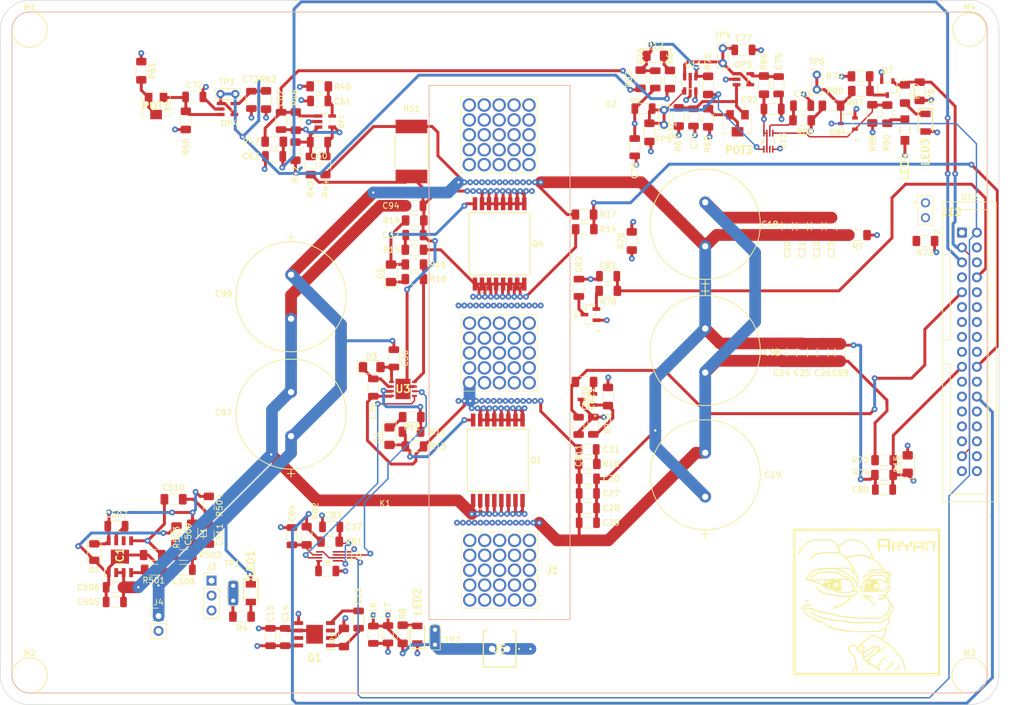
<source format=kicad_pcb>
(kicad_pcb (version 20240108) (generator "pcbnew") (generator_version "8.0")
  (layers (0 "F.Cu" signal) (1 "In1.Cu" signal) (2 "In2.Cu" signal) (3 "In3.Cu" signal) (4 "In4.Cu" signal) (31 "B.Cu" signal) (34 "B.Paste" user) (35 "F.Paste" user) (36 "B.SilkS" user "B.Silkscreen") (37 "F.SilkS" user "F.Silkscreen") (38 "B.Mask" user) (39 "F.Mask" user) (44 "Edge.Cuts" user))
  (net 0 "")
  (net 1 "Net-(G1-Q)")
  (net 2 "Net-(G1-BYP)")
  (net 3 "Net-(C31-Pad2)")
  (net 4 "12V")
  (net 5 "V_BAT-")
  (net 6 "/U-Phase/U")
  (net 7 "Net-(C32-Pad2)")
  (net 8 "Net-(C81-Pad2)")
  (net 9 "Net-(D4-A)")
  (net 10 "Net-(D5-A)")
  (net 11 "Net-(D3-K)")
  (net 12 "/U-Phase/12V")
  (net 13 "/U-Phase/+5V")
  (net 14 "GND")
  (net 15 "Net-(OP1-+IN)")
  (net 16 "Net-(OP1--IN)")
  (net 17 "Net-(OP1-V+)")
  (net 18 "I_SNS_PHASE_U")
  (net 19 "Net-(OP4-+IN)")
  (net 20 "Net-(OP4-V+)")
  (net 21 "Net-(OP5-+IN)")
  (net 22 "Net-(OP5-V+)")
  (net 23 "Net-(D12-K)")
  (net 24 "Net-(OP5--IN)")
  (net 25 "+5V")
  (net 26 "Net-(U13-CLK)")
  (net 27 "Net-(D15-K)")
  (net 28 "U_CS+")
  (net 29 "GNDS")
  (net 30 "/U-Phase/U-HIN")
  (net 31 "/U-Phase/U-LIN")
  (net 32 "Net-(U13-~{CLR})")
  (net 33 "Net-(D4-K)")
  (net 34 "Net-(D5-K)")
  (net 35 "Net-(D12-A)")
  (net 38 "Net-(IC1-FB)")
  (net 40 "Net-(IC1-BST)")
  (net 41 "Net-(D1-K)")
  (net 42 "V_BAT+")
  (net 43 "Net-(IC1-RON)")
  (net 44 "Net-(LED1-A)")
  (net 45 "Net-(LED2-A)")
  (net 46 "Net-(LED3-K)")
  (net 47 "Net-(LED4-A)")
  (net 48 "OFFSET")
  (net 49 "Net-(POT1-Pad2)")
  (net 50 "Net-(POT2-Pad2)")
  (net 51 "Net-(Q7-D)")
  (net 52 "/Power Board Connector/DR_EN")
  (net 53 "Net-(Q8-G)")
  (net 54 "SD")
  (net 55 "Net-(RT1-V_{OUT})")
  (net 56 "/U-Phase/U-LO")
  (net 57 "/U-Phase/U-HO")
  (net 58 "/U-Phase/U-HI")
  (net 59 "/U-Phase/U-LI")
  (net 61 "BEMF_PHASE_U")
  (net 62 "I_PHASE_U")
  (net 64 "U-L")
  (net 70 "Net-(RT1-GND)")
  (net 74 "U-H")
  (net 84 "Net-(J12-Pad02)")
  (net 85 "Net-(C811-Pad2)")
  (net 86 "Net-(RT2-V_{DD})")
  (net 87 "Net-(RT2-V_{OUT})")
  (net 89 "Net-(C508-C2)")
  (net 90 "Net-(J3-Pad03)")
  (net 91 "Net-(C510-Pad1)")
  (footprint "Resistor_SMD:R_1206_3216Metric_Pad1.30x1.75mm_HandSolder" (layer "F.Cu") (at 179.45 66.5 180)
    (property "Reference" "R17")
    (property "Value" "ERJS08F5101V" (hide yes))
  )
  (footprint "Resistor_SMD:R_1206_3216Metric_Pad1.30x1.75mm_HandSolder" (layer "F.Cu") (at 150 103.5)
    (property "Reference" "R11")
    (property "Value" "RC1206JR-0730RL" (hide yes))
  )
  (footprint "Connector_PinHeader_2.54mm:PinHeader_1x03_P2.54mm_Vertical" (layer "F.Cu") (at 115.96 128.865)
    (property "Reference" "J3")
    (property "Value" "EXT/ITN 12V")
  )
  (footprint "Connector_PinHeader_2.54mm:PinHeader_1x02_P2.54mm_Vertical" (layer "F.Cu") (at 106.94 134.885)
    (property "Reference" "J4")
    (property "Value" "+12V_EXT")
  )
  (footprint "Capacitor_SMD:C_1206_3216Metric" (layer "F.Cu") (at 143.5 95.975 90)
    (property "Reference" "C35")
    (property "Value" "C1206C104K5RAC7025" (hide yes))
  )
  (footprint "Capacitor_SMD:C_1206_3216Metric" (layer "F.Cu") (at 126.6118 56.5827)
    (property "Reference" "C63")
    (property "Value" "C1206R105K3RACTU" (hide yes))
  )
  (footprint "infineon-library-footprints:IRLML6346TRPBF" (layer "F.Cu") (at 231 44.95 180)
    (property "Reference" "Q7")
    (property "Value" "IRLML6346" (hide yes))
  )
  (footprint "Resistor_SMD:R_1206_3216Metric_Pad1.30x1.75mm_HandSolder" (layer "F.Cu") (at 216.5 50.45)
    (property "Reference" "R89")
    (property "Value" "RMCF1206JT20K0" (hide yes))
  )
  (footprint "Connector_IDC:IDC-Header_2x17_P2.54mm_Vertical" (layer "F.Cu") (at 243.71 69.57)
    (property "Reference" "U12")
    (property "Value" "PCN10-32S-2.54DSA72")
  )
  (footprint "Capacitor_SMD:C_1206_3216Metric" (layer "F.Cu") (at 129.6474 121.2988 -90)
    (property "Reference" "C84")
    (property "Value" "1206Y0250101KXT" (hide yes))
  )
  (footprint "MountingHole:MountingHole_3.2mm_M3_DIN965" (layer "F.Cu") (at 245 35)
    (property "Reference" "M4")
    (property "Value" "MountingHole_3.2mm_M3_DIN965" (hide yes))
  )
  (footprint "Resistor_SMD:R_1206_3216Metric_Pad1.30x1.75mm_HandSolder" (layer "F.Cu") (at 183.45 97.5 90)
    (property "Reference" "R751")
    (property "Value" "RC1206FR-07200RL" (hide yes))
  )
  (footprint "Resistor_SMD:R_1206_3216Metric_Pad1.30x1.75mm_HandSolder" (layer "F.Cu") (at 111.225 124.5 180)
    (property "Reference" "R502")
    (property "Value" "CR1206-FX-4533ELF" (hide yes))
  )
  (footprint "Capacitor_SMD:C_1206_3216Metric" (layer "F.Cu") (at 180.025 116.5 180)
    (property "Reference" "C28")
    (property "Value" "C3216X7S2A225K160AB" (hide yes))
  )
  (footprint "Capacitor_SMD:C_1206_3216Metric" (layer "F.Cu") (at 179.975 106.5)
    (property "Reference" "C31")
    (property "Value" "C1206X103K1RECAUTO" (hide yes))
  )
  (footprint "just-footprints:U3" (layer "F.Cu") (at 148.55 96.2)
    (property "Reference" "U3")
    (property "Value" "2EDL8x24G" (hide yes))
  )
  (footprint "Capacitor_SMD:C_1206_3216Metric" (layer "F.Cu") (at 180.025 114 180)
    (property "Reference" "C27")
    (property "Value" "C1206X104K1RACTU" (hide yes))
  )
  (footprint "Capacitor_SMD:C_1206_3216Metric" (layer "F.Cu") (at 220 90 -90)
    (property "Reference" "C26")
    (property "Value" "CS1210KKX7R0BB225" (hide yes))
  )
  (footprint "Resistor_SMD:R_1206_3216Metric_Pad1.30x1.75mm_HandSolder" (layer "F.Cu") (at 106.125 127 180)
    (property "Reference" "R501")
    (property "Value" "RMCF1206FT100K" (hide yes))
  )
  (footprint "Resistor_SMD:R_1206_3216Metric_Pad1.30x1.75mm_HandSolder" (layer "F.Cu") (at 226 70)
    (property "Reference" "R7")
    (property "Value" "CRCW12060000Z0EA" (hide yes))
  )
  (footprint "Capacitor_SMD:C_1206_3216Metric" (layer "F.Cu") (at 216.5 47.95 180)
    (property "Reference" "C93")
    (property "Value" "C1206C105K3RACTM" (hide yes))
  )
  (footprint "Capacitor_SMD:C_1206_3216Metric" (layer "F.Cu") (at 134.2523 54.1554 180)
    (property "Reference" "C60")
    (property "Value" "C1206R105K3RACTU" (hide yes))
  )
  (footprint "Capacitor_SMD:C_1206_3216Metric" (layer "F.Cu") (at 180.025 111.5 180)
    (property "Reference" "C30")
    (property "Value" "GRM32EC72A106KE05L" (hide yes))
  )
  (footprint "Resistor_SMD:R_1206_3216Metric_Pad1.30x1.75mm_HandSolder" (layer "F.Cu") (at 135.349502 58.15 90)
    (property "Reference" "R44")
    (property "Value" "PHT1206Y1001BGT" (hide yes))
  )
  (footprint "Capacitor_SMD:C_1206_3216Metric" (layer "F.Cu") (at 122.7477 46.96 90)
    (property "Reference" "C73")
    (property "Value" "C1206X104M3RECAUTO" (hide yes))
  )
  (footprint "Resistor_SMD:R_1206_3216Metric_Pad1.30x1.75mm_HandSolder" (layer "F.Cu") (at 226.45 42.95)
    (property "Reference" "R79")
    (property "Value" "RC1206FR-0710KL" (hide yes))
  )
  (footprint "Misc-Footprints:J1" (layer "F.Cu") (at 159.84 58)
    (property "Reference" "J2" (hide yes))
    (property "Value" "V_BAT-" (hide yes))
  )
  (footprint "Capacitor_SMD:C_1206_3216Metric" (layer "F.Cu") (at 110 120.975 -90)
    (property "Reference" "C509")
    (property "Value" "12061C273KAT2A" (hide yes))
  )
  (footprint "Resistor_SMD:R_1206_3216Metric_Pad1.30x1.75mm_HandSolder" (layer "F.Cu") (at 150.5 77.5)
    (property "Reference" "R18")
    (property "Value" "AC1206JR-0710RL" (hide yes))
  )
  (footprint "Capacitor_SMD:C_1206_3216Metric" (layer "F.Cu") (at 127.8 50.5577 90)
    (property "Reference" "C62")
    (property "Value" "C1206R105K3RACTU" (hide yes))
  )
  (footprint "Misc-Footprints:G1" (layer "F.Cu") (at 133.5 138 180)
    (property "Reference" "G1")
    (property "Value" "TLS205B0EJ 50V" (hide yes))
  )
  (footprint "Capacitor_SMD:C_1206_3216Metric" (layer "F.Cu") (at 216.5 68.5 90)
    (property "Reference" "C21")
    (property "Value" "CS1210KKX7R0BB225" (hide yes))
  )
  (footprint "Misc-Footprints:LED1" (layer "F.Cu") (at 237.5 50.85 -90)
    (property "Reference" "LED3")
    (property "Value" "HSMQ-C150" (hide yes))
  )
  (footprint "Capacitor_SMD:C_1206_3216Metric" (layer "F.Cu") (at 147 91 -90)
    (property "Reference" "C36")
    (property "Value" "TMK316BJ106ML-T" (hide yes))
  )
  (footprint "Capacitor_SMD:C_1206_3216Metric" (layer "F.Cu") (at 150.475 65 180)
    (property "Reference" "C94")
    (property "Value" "22201C475KAT2A" (hide yes))
  )
  (footprint "infineon-library-footprints:IRLML6346TRPBF" (layer "F.Cu") (at 224.3062 50.9975 90)
    (property "Reference" "Q8")
    (property "Value" "IRLML6346" (hide yes))
  )
  (footprint "Resistor_SMD:R_1206_3216Metric_Pad1.30x1.75mm_HandSolder" (layer "F.Cu") (at 104 42 -90)
    (property "Reference" "R61")
    (property "Value" "RC1206FR-071KL" (hide yes))
  )
  (footprint "Resistor_SMD:R_1206_3216Metric_Pad1.30x1.75mm_HandSolder" (layer "F.Cu") (at 189 43.45 90)
    (property "Reference" "R63")
    (property "Value" "SR1206FR-7W10KL" (hide yes))
  )
  (footprint "Misc-Footprints:DC" (layer "F.Cu") (at 100.365 124.788 90)
    (property "Reference" "IC1")
    (property "Value" "LM5013QDDARQ1" (hide yes))
  )
  (footprint "Resistor_SMD:R_1206_3216Metric_Pad1.30x1.75mm_HandSolder" (layer "F.Cu") (at 200.5 44.5 -90)
    (property "Reference" "R70")
    (property "Value" "CRCW12061M00FKEAHP" (hide yes))
  )
  (footprint "Diode_SMD:D_1206_3216Metric_Pad1.42x1.75mm_HandSolder" (layer "F.Cu") (at 146.25 104.25 -90)
    (property "Reference" "D4")
    (property "Value" "BAT165E63227HTSAI" (hide yes))
  )
  (footprint "Capacitor_SMD:C_1206_3216Metric" (layer "F.Cu") (at 141 135.5 90)
    (property "Reference" "C13")
    (property "Value" "C1206C103J3RACAUTO" (hide yes))
  )
  (footprint "Capacitor_SMD:C_1206_3216Metric" (layer "F.Cu") (at 136.3276 119.7158)
    (property "Reference" "C83")
    (property "Value" "1206Y0250101KXT" (hide yes))
  )
  (footprint "TestPoint:TestPoint_Bridge_Pitch2.54mm_Drill0.7mm" (layer "F.Cu") (at 203 40.72 90)
    (property "Reference" "TP4")
    (property "Value" "VREF_OCP")
  )
  (footprint "Misc-Footprints:LED1" (layer "F.Cu") (at 122.65 131 -90)
    (property "Reference" "LED1")
    (property "Value" "HSMQ-C150" (hide yes))
  )
  (footprint "Resistor_SMD:R_1206_3216Metric_Pad1.30x1.75mm_HandSolder" (layer "F.Cu") (at 237.5 71)
    (property "Reference" "R72")
    (property "Value" "RC1206FR-0710KL" (hide yes))
  )
  (footprint "Resistor_SMD:R_1206_3216Metric_Pad1.30x1.75mm_HandSolder" (layer "F.Cu") (at 111.5845 50.46 -90)
    (property "Reference" "R60")
    (property "Value" "CRCW120622K0FKEA" (hide yes))
  )
  (footprint "Capacitor_SMD:C_1206_3216Metric" (layer "F.Cu") (at 183.475 77)
    (property "Reference" "C81")
    (property "Value" "C1206C105K3RACTM" (hide yes))
  )
  (footprint "Resistor_SMD:R_1206_3216Metric_Pad1.30x1.75mm_HandSolder" (layer "F.Cu") (at 183.5 79.5 180)
    (property "Reference" "R76")
    (property "Value" "ERJ-8ENF1000V" (hide yes))
  )
  (footprint "infineon-library-footprints:MCP9700AT_E_TT" (layer "F.Cu") (at 179.95 98 90)
    (property "Reference" "RT2")
    (property "Value" "MCP9700Ax-ETT" (hide yes))
  )
  (footprint "Resistor_SMD:R_1206_3216Metric_Pad1.30x1.75mm_HandSolder" (layer "F.Cu") (at 230.44375 110.85 180)
    (property "Reference" "R74")
    (property "Value" "RC1206FR-077K87L" (hide yes))
  )
  (footprint "Resistor_SMD:R_1206_3216Metric_Pad1.30x1.75mm_HandSolder" (layer "F.Cu") (at 150.5 72.5 180)
    (property "Reference" "R15")
    (property "Value" "RC1206JR-071R2L" (hide yes))
  )
  (footprint "Capacitor_SMD:C_1206_3216Metric" (layer "F.Cu") (at 134.3 47.1554)
    (property "Reference" "C61")
    (property "Value" "C1206X104M3RECAUTO" (hide yes))
  )
  (footprint "Resistor_SMD:R_1206_3216Metric_Pad1.30x1.75mm_HandSolder" (layer "F.Cu") (at 210 44.45 -90)
    (property "Reference" "R69")
    (property "Value" "AC1206JR-0710RL" (hide yes))
  )
  (footprint "Misc-Footprints:J1" (layer "F.Cu") (at 159.92 132.16)
    (property "Reference" "J1")
    (property "Value" "V_BAT+" (hide yes))
  )
  (footprint "Resistor_SMD:R_1206_3216Metric_Pad1.30x1.75mm_HandSolder" (layer "F.Cu") (at 180 109)
    (property "Reference" "R10")
    (property "Value" "RC1206JR-071R2L" (hide yes))
  )
  (footprint "Capacitor_SMD:C_1206_3216Metric" (layer "F.Cu") (at 180.95 102.475 -90)
    (property "Reference" "C821")
    (property "Value" "C1206C105K3RACTM" (hide yes))
  )
  (footprint "infineon-library-footprints:AD8615" (layer "F.Cu") (at 118.6861 48.5202)
    (property "Reference" "OP4")
    (property "Value" "AD8615AUJZ" (hide yes))
  )
  (footprint "MountingHole:MountingHole_3.2mm_M3_DIN965" (layer "F.Cu") (at 245 145)
    (property "Reference" "M3")
    (property "Value" "MountingHole_3.2mm_M3_DIN965" (hide yes))
  )
  (footprint "Resistor_SMD:R_1206_3216Metric_Pad1.30x1.75mm_HandSolder" (layer "F.Cu") (at 179.5 69)
    (property "Reference" "R14")
    (property "Value" "CRCW1206130KFKEA" (hide yes))
  )
  (footprint "Resistor_SMD:R_1206_3216Metric_Pad1.30x1.75mm_HandSolder" (layer "F.Cu") (at 132.849502 58.15 90)
    (property "Reference" "R43")
    (property "Value" "PHT1206Y1001BGT" (hide yes))
  )
  (footprint "Resistor_SMD:R_1206_3216Metric_Pad1.30x1.75mm_HandSolder" (layer "F.Cu") (at 234 45.95 90)
    (property "Reference" "R77")
    (property "Value" "RMCF1206FT330R" (hide yes))
  )
  (footprint "Diode_SMD:D_1206_3216Metric_Pad1.42x1.75mm_HandSolder" (layer "F.Cu") (at 191.5 39.45)
    (property "Reference" "D12")
    (property "Value" "500mA/30V/TSLP-2-17")
  )
  (footprint "Capacitor_SMD:C_1206_3216Metric" (layer "F.Cu") (at 230.44375 113.35)
    (property "Reference" "C80")
    (property "Value" "C1206X104M3RECAUTO" (hide yes))
  )
  (footprint "Misc-Footprints:J12" (layer "F.Cu") (at 237.5 64.5 -90)
    (property "Reference" "J12")
    (property "Value" "Direction Switch" (hide yes))
  )
  (footprint "Capacitor_SMD:C_1206_3216Metric" (layer "F.Cu") (at 188 55.025 -90)
    (property "Reference" "C78")
    (property "Value" "C1206X104M3RECAUTO" (hide yes))
  )
  (footprint "Capacitor_SMD:C_1206_3216Metric" (layer "F.Cu") (at 126 138.475 -90)
    (property "Reference" "C15")
    (property "Value" "C1206X104M3RECAUTO" (hide yes))
  )
  (footprint "Resistor_SMD:R_1206_3216Metric_Pad1.30x1.75mm_HandSolder" (layer "F.Cu") (at 136.1474 122.2238)
    (property "Reference" "R81")
    (property "Value" "9T12062A10R0FBHFT" (hide yes))
  )
  (footprint "Capacitor_SMD:C_1206_3216Metric" (layer "F.Cu") (at 216.5 90 -90)
    (property "Reference" "C25")
    (property "Value" "CS1210KKX7R0BB225" (hide yes))
  )
  (footprint "Resistor_SMD:R_1206_3216Metric_Pad1.30x1.75mm_HandSolder" (layer "F.Cu") (at 221.5 47.95)
    (property "Reference" "R87")
    (property "Value" "RC1206FR-0710KL" (hide yes))
  )
  (footprint "Resistor_SMD:R_1206_3216Metric_Pad1.30x1.75mm_HandSolder" (layer "F.Cu") (at 126.6368 54.0827)
    (property "Reference" "R47")
    (property "Value" "9T12062A10R0FBHFT" (hide yes))
  )
  (footprint "Capacitor_SMD:C_1206_3216Metric" (layer "F.Cu") (at 150.5 70 180)
    (property "Reference" "C32")
    (property "Value" "C1206X103K1RECAUTO" (hide yes))
  )
  (footprint "MountingHole:MountingHole_3.2mm_M3_DIN965" (layer "F.Cu") (at 184 51.5)
    (property "Reference" "K2")
    (property "Value" "MountingHole_3.2mm_M3_DIN965" (hide yes))
  )
  (footprint "Resistor_SMD:R_1206_3216Metric_Pad1.30x1.75mm_HandSolder" (layer "F.Cu") (at 130.2523 55.7054 90)
    (property "Reference" "R42")
    (property "Value" "CPF1206B12KE1" (hide yes))
  )
  (footprint "Inductor_SMD:L_1206_3216Metric_Pad1.22x1.90mm_HandSolder" (layer "F.Cu") (at 112.72 120.7225 -90)
    (property "Reference" "L1")
    (property "Value" "WE-PD_1210" (hide yes))
  )
  (footprint "Capacitor_SMD:C_1206_3216Metric" (layer "F.Cu") (at 135.6474 127.2238 180)
    (property "Reference" "C37")
    (property "Value" "C1206X104M3RECAUTO" (hide yes))
  )
  (footprint "infineon-library-footprints:AD8615" (layer "F.Cu") (at 206.5 43.45)
    (property "Reference" "OP5")
    (property "Value" "AD8615AUJZ" (hide yes))
  )
  (footprint "Resistor_SMD:R_1206_3216Metric_Pad1.30x1.75mm_HandSolder" (layer "F.Cu") (at 187.5 71 90)
    (property "Reference" "R75")
    (property "Value" "RC1206FR-07200RL" (hide yes))
  )
  (footprint "Misc-Footprints:J1" (layer "F.Cu") (at 159.88 95.16)
    (property "Reference" "U_1" (hide yes))
    (property "Value" "Phase-U" (hide yes))
  )
  (footprint "Capacitor_SMD:C_1206_3216Metric" (layer "F.Cu") (at 178.5 78.975 90)
    (property "Reference" "C82")
    (property "Value" "C1206C105K3RACTM" (hide yes))
  )
  (footprint "Capacitor_SMD:C_1206_3216Metric" (layer "F.Cu") (at 180.025 119 180)
    (property "Reference" "C29")
    (property "Value" "C3216X7S2A225K160AB" (hide yes))
  )
  (footprint "Capacitor_SMD:C_1206_3216Metric" (layer "F.Cu") (at 211.475 48.5 180)
    (property "Reference" "C92")
    (property "Value" "C1206X104M3RECAUTO" (hide yes))
  )
  (footprint "Capacitor_SMD:C_1206_3216Metric" (layer "F.Cu") (at 221.5 68.5 90)
    (property "Reference" "C23")
    (property "Value" "CS1210KKX7R0BB225" (hide yes))
  )
  (footprint "infineon-library-footprints:LMV331M5" (layer "F.Cu") (at 197.4525 44.2308 -90)
    (property "Reference" "U11")
    (property "Value" "LMV331" (hide yes))
  )
  (footprint "Resistor_SMD:R_1206_3216Metric_Pad1.30x1.75mm_HandSolder" (layer "F.Cu") (at 150.55 67.5)
    (property "Reference" "R19")
    (property "Value" "CRCW1206100KFKEAC" (hide yes))
  )
  (footprint "TestPoint:TestPoint_Bridge_Pitch2.54mm_Drill0.7mm" (layer "F.Cu") (at 193 48.68 -90)
    (property "Reference" "TP5")
    (property "Value" "OCP")
  )
  (footprint "Capacitor_SMD:C_1206_3216Metric" (layer "F.Cu") (at 113.0177 46.46 180)
    (property "Reference" "C72")
    (property "Value" "C1206C105K3RACTM" (hide yes))
  )
  (footprint "Resistor_SMD:R_1206_3216Metric_Pad1.30x1.75mm_HandSolder" (layer "F.Cu") (at 194 43.5 90)
    (property "Reference" "R64")
    (property "Value" "RMCF1206ZT0R00" (hide yes))
  )
  (footprint "TestPoint:TestPoint_Bridge_Pitch2.54mm_Drill0.7mm" (layer "F.Cu") (at 117.4777 45.96)
    (property "Reference" "TP3")
    (property "Value" "OFFSET" (hide yes))
  )
  (footprint "Diode_SMD:D_1206_3216Metric" (layer "F.Cu") (at 96 124 -90)
    (property "Reference" "D1")
    (property "Value" "770 mV, 5.5 A" (hide yes))
  )
  (footprint "Resistor_SMD:R_1206_3216Metric_Pad1.30x1.75mm_HandSolder" (layer "F.Cu") (at 150.05 101)
    (property "Reference" "R12")
    (property "Value" "AC1206JR-0710RL" (hide yes))
  )
  (footprint "Capacitor_SMD:C_1206_3216Metric" (layer "F.Cu") (at 198 49.95 90)
    (property "Reference" "C74")
    (property "Value" "C1206C105K3RACTM" (hide yes))
  )
  (footprint "Capacitor_SMD:C_1206_3216Metric" (layer "F.Cu") (at 189.5 48.45)
    (property "Reference" "C79")
    (property "Value" "C1206R105K3RACTU" (hide yes))
  )
  (footprint "Resistor_SMD:R_1206_3216Metric_Pad1.30x1.75mm_HandSolder" (layer "F.Cu") (at 179.45 95)
    (property "Reference" "R762" (hide yes))
    (property "Value" "ERJ-8ENF1000V" (hide yes))
  )
  (footprint "Resistor_SMD:R_1206_3216Metric_Pad1.30x1.75mm_HandSolder" (layer "F.Cu") (at 195.5 49.875 -90)
    (property "Reference" "R67")
    (property "Value" "RC1206FR-071KL" (hide yes))
  )
  (footprint "1206-Infineon-Library:Aryan-Pepe-Logo" (layer "F.Cu") (at 227.5 132.5)
    (property "Reference" "LOGO" (hide yes))
    (property "Value" "LOGO" (hide yes))
  )
  (footprint "MountingHole:MountingHole_3.2mm_M3_DIN965" (layer "F.Cu") (at 85 145)
    (property "Reference" "M2")
    (property "Value" "MountingHole_3.2mm_M3_DIN965" (hide yes))
  )
  (footprint "TestPoint:TestPoint_Bridge_Pitch2.54mm_Drill0.7mm" (layer "F.Cu") (at 119.65 129.73 -90)
    (property "Reference" "TP1")
    (property "Value" "12V")
  )
  (footprint "just-footprints:POT2" (layer "F.Cu") (at 106.5177 48.01 180)
    (property "Reference" "POT1")
    (property "Value" "50K POT" (hide yes))
  )
  (footprint "Capacitor_SMD:C_1206_3216Metric" (layer "F.Cu") (at 206.5 38.45 180)
    (property "Reference" "C77")
    (property "Value" "C1206R105K3RACTU" (hide yes))
  )
  (footprint "Capacitor_SMD:C_1206_3216Metric" (layer "F.Cu") (at 99.5 132.5)
    (property "Reference" "C505")
    (property "Value" "12061C225KAT2A" (hide yes))
  )
  (footprint "Kap-1206-Footprints:C18" (layer "F.Cu") (at 200 85.91675 -90)
    (property "Reference" "C98")
    (property "Value" "100ZLJ820M18X40" (hide yes))
  )
  (footprint "Resistor_SMD:R_1206_3216Metric_Pad1.30x1.75mm_HandSolder" (layer "F.Cu") (at 148.5 138 90)
    (property "Reference" "R8")
    (property "Value" "CRCW1206680RFKEA" (hide yes))
  )
  (footprint "Kap-1206-Footprints:C18" (layer "F.Cu") (at 200 71.91675 90)
    (property "Reference" "C18")
    (property "Value" "100ZLJ820M18X40" (hide yes))
  )
  (footprint "Capacitor_SMD:C_1206_3216Metric" (layer "F.Cu") (at 219 68.5 90)
    (property "Reference" "C22")
    (property "Value" "CS1210KKX7R0BB225" (hide yes))
  )
  (footprint "just-footprints:U4" (layer "F.Cu") (at 135.6974 124.7238 180)
    (property "Reference" "U4")
    (property "Value" "NL27WZ08USG" (hide yes))
  )
  (footprint "Capacitor_SMD:C_1206_3216Metric" (layer "F.Cu") (at 178.45 102.5 90)
    (property "Reference" "C811")
    (property "Value" "C1206C105K3RACTM" (hide yes))
  )
  (footprint "Resistor_SMD:R_1206_3216Metric_Pad1.30x1.75mm_HandSolder" (layer "F.Cu") (at 231 49.4 -90)
    (property "Reference" "R90")
    (property "Value" "RMCF1206FT330R" (hide yes))
  )
  (footprint "Resistor_SMD:R_1206_3216Metric_Pad1.30x1.75mm_HandSolder" (layer "F.Cu") (at 230.46875 108.35 180)
    (property "Reference" "R73")
    (property "Value" "CRCW1206100KFKEAC" (hide yes))
  )
  (footprint "Resistor_SMD:R_1206_3216Metric_Pad1.30x1.75mm_HandSolder" (layer "F.Cu") (at 125.2477 46.98 -90)
    (property "Reference" "R62")
    (property "Value" "AC1206JR-0710RL" (hide yes))
  )
  (footprint "Capacitor_SMD:C_1206_3216Metric" (layer "F.Cu") (at 128.5 138.475 -90)
    (property "Reference" "C14")
    (property "Value" "C1206C106M3PACTU" (hide yes))
  )
  (footprint "Capacitor_SMD:C_1206_3216Metric" (layer "F.Cu") (at 143.5 138.0776 90)
    (property "Reference" "C16")
    (property "Value" "C1206C106M3PACTU" (hide yes))
  )
  (footprint "infineon-library-footprints:SN74LVC2G74MDCUTEP" (layer "F.Cu") (at 210.75 54 90)
    (property "Reference" "U13")
    (property "Value" "SN74LVC2G74DCUR" (hide yes))
  )
  (footprint "Resistor_SMD:R_1206_3216Metric_Pad1.30x1.75mm_HandSolder" (layer "F.Cu") (at 236.5 45.5 90)
    (property "Reference" "R78")
    (property "Value" "RC1206FR-0710KL" (hide yes))
  )
  (footprint "Diode_SMD:D_1206_3216Metric_Pad1.42x1.75mm_HandSolder" (layer "F.Cu") (at 146.5 76.5 90)
    (property "Reference" "D5")
    (property "Value" "BAT165E63227HTSAI")
  )
  (footprint "Diode_SMD:D_1206_3216Metric_Pad1.42x1.75mm_HandSolder" (layer "F.Cu") (at 234.46875 109 90)
    (property "Reference" "D15")
    (property "Value" "DIODE ZENER")
  )
  (footprint "MountingHole:MountingHole_3.2mm_M3_DIN965" (layer "F.Cu") (at 85 35)
    (property "Reference" "M1")
    (property "Value" "MountingHole_3.2mm_M3_DIN965" (hide yes))
  )
  (footprint "just-footprints:Q1" (layer "F.Cu") (at 165 71.5 -90)
    (property "Reference" "Q4")
    (property "Value" "IAUS300N10S5N015TATMA1" (hide yes))
  )
  (footprint "Capacitor_SMD:C_1206_3216Metric" (layer "F.Cu") (at 146 138 90)
    (property "Reference" "C17")
    (property "Value" "C1206X104M3RECAUTO" (hide yes))
  )
  (footprint "Resistor_SMD:R_1206_3216Metric_Pad1.30x1.75mm_HandSolder" (layer "F.Cu") (at 200.5 50 90)
    (property "Reference" "R68")
    (property "Value" "RC1206FR-071KL" (hide yes))
  )
  (footprint "infineon-library-footprints:AD8615" (layer "F.Cu") (at 135.3316 50.6554)
    (property "Reference" "OP1")
    (property "Value" "AD8615AUJZ" (hide yes))
  )
  (footprint "Capacitor_SMD:C_1206_3216Metric_Pad1.33x1.80mm_HandSolder" (layer "F.Cu") (at 109.5 115 180)
    (property "Reference" "C510")
    (property "Value" "47 pF, 115 mOhm" (hide yes))
  )
  (footprint "MountingHole:MountingHole_3.2mm_M3_DIN965" (layer "F.Cu") (at 145.5 119.5)
    (property "Reference" "K1")
    (property "Value" "MountingHole_3.2mm_M3_DIN965" (hide yes))
  )
  (footprint "Resistor_SMD:R_1206_3216Metric_Pad1.30x1.75mm_HandSolder" (layer "F.Cu") (at 226.5 45.45 180)
    (property "Reference" "R80")
    (property "Value" "CRCW12060000Z0EA" (hide yes))
  )
  (footprint "just-footprints:POT2" (layer "F.Cu") (at 205.5 50.95 180)
    (property "Reference" "POT2")
    (property "Value" "50K POT" (hide yes))
  )
  (footprint "Resistor_SMD:R_1206_3216Metric_Pad1.30x1.75mm_HandSolder" (layer "F.Cu") (at 132.1474 121.2238 -90)
    (property "Reference" "R82")
    (property "Value" "9T12062A10R0FBHFT" (hide yes))
  )
  (footprint "TestPoint:TestPoint_Bridge_Pitch2.54mm_Drill0.7mm" (layer "F.Cu") (at 219 45.22 90)
    (property "Reference" "TP6")
    (property "Value" "SD" (hide yes))
  )
  (footprint "Misc-Footprints:LED1" (layer "F.Cu") (at 151 138.0776 90)
    (property "Reference" "LED2")
    (property "Value" "HSMQ-C150" (hide yes))
  )
  (footprint "Capacitor_SMD:C_1206_3216Metric" (layer "F.Cu") (at 99.77 119.576 180)
    (property "Reference" "C507")
    (property "Value" "12061C225KAT2A" (hide yes))
  )
  (footprint "Kap-1206-Footprints:C18" (layer "F.Cu") (at 129.5 104.25 90)
    (property "Reference" "C97")
    (property "Value" "100ZLJ820M18X40" (hide yes))
  )
  (footprint "Resistor_SMD:R_1206_3216Metric_Pad1.30x1.75mm_HandSolder" (layer "F.Cu") (at 121.15 135)
    (property "Reference" "R4")
    (property "Value" "RNCP1206FTD1K00" (hide yes))
  )
  (footprint "Kap-1206-Footprints:C18" (layer "F.Cu") (at 129.5 76.75 -90)
    (property "Reference" "C99")
    (property "Value" "100ZLJ820M18X40" (hide yes))
  )
  (footprint "Capacitor_SMD:C_1206_3216Metric" (layer "F.Cu") (at 99.5 130)
    (property "Reference" "C506")
    (property "Value" "12061C225KAT2A" (hide yes))
  )
  (footprint "Capacitor_SMD:C_1206_3216Metric_Pad1.33x1.80mm_HandSolder" (layer "F.Cu") (at 115.5 121.0625 -90)
    (property "Reference" "C511")
    (property "Value" "3.3 nF, 332 mOhm" (hide yes))
  )
  (footprint "Capacitor_SMD:C_1206_3216Metric" (layer "F.Cu") (at 111.225 127)
    (property "Reference" "C508")
    (property "Value" "12061C273KAT2A" (hide yes))
  )
  (footprint "Resistor_SMD:R_1206_3216Metric_Pad1.30x1.75mm_HandSolder" (layer "F.Cu") (at 130.3 50.5827 90)
    (property "Reference" "R46")
    (property "Value" "CPF1206B12KE1" (hide yes))
  )
  (footprint "Capacitor_SMD:C_1206_3216Metric" (layer "F.Cu") (at 191.5 43.475 90)
    (property "Reference" "C76")
    (property "Value" "C1206C102K3REC" (hide yes))
  )
  (footprint "Capacitor_SMD:C_1206_3216Metric" (layer "F.Cu") (at 212.5 44.475 90)
    (property "Reference" "C75")
    (property "Value" "C1206X104M3RECAUTO" (hide yes))
  )
  (footprint "Misc-Footprints:LED4" (layer "F.Cu") (at 234 52.1 180)
    (property "Reference" "LED4")
    (property "Value" "SM1206SRC" (hide yes))
  )
  (footprint "Capacitor_SMD:C_1206_3216Metric" (layer "F.Cu") (at 213 89.9351 -90)
    (property "Reference" "C24")
    (property "Value" "CS1210KKX7R0BB225" (hide yes))
  )
  (footprint "Diode_SMD:D_1206_3216Metric_Pad1.42x1.75mm_HandSolder" (layer "F.Cu") (at 143.225 92.5)
    (property "Reference" "D3")
    (property "Value" "SMD2150PL-TP")
  )
  (footprint "Kap-1206-Footprints:C18" (layer "F.Cu") (at 200 114.58325 90)
    (property "Reference" "C19")
    (property "Value" "100ZLJ820M18X40" (hide yes))
  )
  (footprint "infineon-library-footprints:MCP9700AT_E_TT" (layer "F.Cu") (at 180.4598 83.549999 90)
    (property "Reference" "RT1")
    (property "Value" "MCP9700Ax-ETT" (hide yes))
  )
  (footprint "Resistor_SMD:R_1206_3216Metric_Pad1.30x1.75mm_HandSolder" (layer "F.Cu") (at 150.5 75)
    (property "Reference" "R16")
    (property "Value" "RC1206JR-0730RL" (hide yes))
  )
  (footprint "Resistor_SMD:R_1206_3216Metric_Pad1.30x1.75mm_HandSolder" (layer "F.Cu") (at 228.447 49.35 -90)
    (property "Reference" "R88")
    (property "Value" "RC1206FR-0710KL" (hide yes))
  )
  (footprint "Resistor_SMD:R_1206_3216Metric_Pad1.30x1.75mm_HandSolder" (layer "F.Cu") (at 115.5 116.0625 -90)
    (property "Reference" "R504")
    (property "Value" "221 kOhm" (hide yes))
  )
  (footprint "Resistor_SMD:R_1206_3216Metric_Pad1.30x1.75mm_HandSolder" (layer "F.Cu") (at 190.5 52.5 90)
    (property "Reference" "R71")
    (property "Value" "RC1206FR-071KL" (hide yes))
  )
  (footprint "Capacitor_SMD:C_1206_3216Metric" (layer "F.Cu") (at 214 68.5 90)
    (property "Reference" "C20")
    (property "Value" "CS1210KKX7R0BB225" (hide yes))
  )
  (footprint "just-footprints:Q1" (layer "F.Cu") (at 164.699999 108.3453 -90)
    (property "Reference" "Q1")
    (property "Value" "IAUS300N10S5N015TATMA1" (hide yes))
  )
  (footprint "Resistor_SMD:R_1206_3216Metric_Pad1.30x1.75mm_HandSolder" (layer "F.Cu") (at 150.5 106)
    (property "Reference" "R13")
    (property "Value" "CRCW1206100KFKEAC" (hide yes))
  )
  (footprint "Resistor_SMD:R_1206_3216Metric_Pad1.30x1.75mm_HandSolder" (layer "F.Cu") (at 138.5 138.55 90)
    (property "Reference" "R1")
    (property "Value" "PMR18EZPJ000" (hide yes))
  )
  (footprint "Resistor_SMD:R_1206_3216Metric_Pad1.30x1.75mm_HandSolder" (layer "F.Cu") (at 105.95 124.5 180)
    (property "Reference" "R503")
    (property "Value" "ERJ-P08D4992V" (hide yes))
  )
  (footprint "TestPoint:TestPoint_Bridge_Pitch2.54mm_Drill0.7mm" (layer "F.Cu") (at 154 139.77 90)
    (property "Reference" "TP2")
    (property "Value" "5V")
  )
  (footprint "Misc-Footprints:J4" (layer "F.Cu") (at 166.27 140.5 180)
    (property "Reference" "J5")
    (property "Value" "+5V_EXT" (hide yes))
  )
  (footprint "infineon-library-footprints:HCS3920FT1L00" (layer "F.Cu") (at 150 55.7545 90)
    (property "Reference" "RS1")
    (property "Value" "HCS3920FT1L00" (hide yes))
  )
  (footprint "Resistor_SMD:R_1206_3216Metric_Pad1.30x1.75mm_HandSolder" (layer "F.Cu") (at 134.3 44.6554 180)
    (property "Reference" "R45")
    (property "Value" "AC1206JR-0710RL" (hide yes))
  )
  (footprint "Capacitor_SMD:C_1206_3216Metric" (layer "F.Cu") (at 223 90 -90)
    (property "Reference" "C89")
    (property "Value" "CS1210KKX7R0BB225" (hide yes))
  )
  (gr_line (start 153 135.5) (end 153 44.5) (stroke (width 0.127)) (layer "B.SilkS"))
  (gr_arc (start 85 148) (mid 82.87868 147.12132) (end 82 145) (stroke (width 0.15)) (layer "B.SilkS"))
  (gr_line (start 85 148) (end 245 148) (stroke (width 0.127)) (layer "B.SilkS"))
  (gr_line (start 153 135.5) (end 177 135.5) (stroke (width 0.127)) (layer "B.SilkS"))
  (gr_arc (start 82 35) (mid 82.87868 32.87868) (end 85 32) (stroke (width 0.15)) (layer "B.SilkS"))
  (gr_arc (start 248 145) (mid 247.12132 147.12132) (end 245 148) (stroke (width 0.15)) (layer "B.SilkS"))
  (gr_line (start 177 135.5) (end 177 44.5) (stroke (width 0.127)) (layer "B.SilkS"))
  (gr_arc (start 245 32) (mid 247.12132 32.87868) (end 248 35) (stroke (width 0.15)) (layer "B.SilkS"))
  (gr_line (start 85 32) (end 245 32) (stroke (width 0.127)) (layer "B.SilkS"))
  (gr_line (start 153 44.5) (end 177 44.5) (stroke (width 0.127)) (layer "B.SilkS"))
  (gr_line (start 82 145) (end 82 35) (stroke (width 0.127)) (layer "B.SilkS"))
  (gr_line (start 248 145) (end 248 35) (stroke (width 0.127)) (layer "B.SilkS"))
  (gr_line (start 82 145) (end 82 35) (stroke (width 0.127)) (layer "F.SilkS"))
  (gr_line (start 153 135.5) (end 153 44.5) (stroke (width 0.127)) (layer "F.SilkS"))
  (gr_line (start 245 148) (end 85 148) (stroke (width 0.127)) (layer "F.SilkS"))
  (gr_circle (center 85 35) (end 88 35) (stroke (width 0.15)) (fill none) (layer "F.SilkS"))
  (gr_line (start 177 135.5) (end 153 135.5) (stroke (width 0.127)) (layer "F.SilkS"))
  (gr_circle (center 245 145) (end 242 145) (stroke (width 0.15)) (fill none) (layer "F.SilkS"))
  (gr_line (start 177 135.5) (end 177 44.5) (stroke (width 0.127)) (layer "F.SilkS"))
  (gr_circle (center 85 145) (end 88 145) (stroke (width 0.15)) (fill none) (layer "F.SilkS"))
  (gr_line (start 248 145) (end 248 35.5) (stroke (width 0.127)) (layer "F.SilkS"))
  (gr_line (start 177 44.5) (end 153 44.5) (stroke (width 0.127)) (layer "F.SilkS"))
  (gr_circle (center 245 35) (end 247 37) (stroke (width 0.15)) (fill none) (layer "F.SilkS"))
  (gr_line (start 245 32) (end 85 32) (stroke (width 0.127)) (layer "F.SilkS"))
  (gr_arc (start 250 145) (mid 248.535534 148.535534) (end 245 150) (stroke (width 0.1)) (layer "Edge.Cuts"))
  (gr_arc (start 85 150) (mid 81.464466 148.535534) (end 80 145) (stroke (width 0.1)) (layer "Edge.Cuts"))
  (gr_arc (start 80 35) (mid 81.464466 31.464466) (end 85 30) (stroke (width 0.1)) (layer "Edge.Cuts"))
  (gr_line (start 85 150) (end 245 150) (stroke (width 0.1)) (layer "Edge.Cuts"))
  (gr_line (start 250 145) (end 250 35) (stroke (width 0.1)) (layer "Edge.Cuts"))
  (gr_line (start 80 35) (end 80 145) (stroke (width 0.1)) (layer "Edge.Cuts"))
  (gr_arc (start 245 30) (mid 248.535534 31.464466) (end 250 35) (stroke (width 0.1)) (layer "Edge.Cuts"))
  (gr_line (start 245 30) (end 85 30) (stroke (width 0.1)) (layer "Edge.Cuts"))
  (segment (start 136.212 139.905) (end 138.305 139.905) (width 0.5) (layer "F.Cu") (net 1))
  (segment (start 138.5 140.1) (end 141 137.6) (width 0.5) (layer "F.Cu") (net 1))
  (segment (start 141 137.6) (end 141 136.975) (width 0.5) (layer "F.Cu") (net 1))
  (segment (start 138.305 139.905) (end 138.5 140.1) (width 0.5) (layer "F.Cu") (net 1))
  (segment (start 136.212 136.095) (end 138.282 134.025) (width 0.5) (layer "F.Cu") (net 2))
  (segment (start 138.282 134.025) (end 141 134.025) (width 0.5) (layer "F.Cu") (net 2))
  (segment (start 181.45 106.5) (end 181.45 108.9) (width 0.5) (layer "F.Cu") (net 3))
  (segment (start 181.45 108.9) (end 181.55 109) (width 0.5) (layer "F.Cu") (net 3))
  (segment (start 119.6 135) (end 119.6 132.32) (width 0.5) (layer "F.Cu") (net 4))
  (segment (start 130.788 134.538) (end 130.75 134.5) (width 0.5) (layer "F.Cu") (net 4))
  (segment (start 130.743 139.95) (end 130.788 139.905) (width 0.5) (layer "F.Cu") (net 4))
  (segment (start 119.6 132.32) (end 119.65 132.27) (width 0.5) (layer "F.Cu") (net 4))
  (segment (start 123.8 139.95) (end 123.75 140) (width 0.5) (layer "F.Cu") (net 4))
  (segment (start 128.5 139.95) (end 130.743 139.95) (width 0.5) (layer "F.Cu") (net 4))
  (segment (start 130.788 136.095) (end 130.788 134.538) (width 0.5) (layer "F.Cu") (net 4))
  (segment (start 126 139.95) (end 123.8 139.95) (width 0.5) (layer "F.Cu") (net 4))
  (segment (start 126 139.95) (end 128.5 139.95) (width 0.5) (layer "F.Cu") (net 4))
  (via (at 130.75 134.5) (size 1) (drill 0.4) (layers "F.Cu" "B.Cu") (net 4))
  (via (at 123.75 140) (size 1) (drill 0.4) (layers "F.Cu" "B.Cu") (net 4))
  (segment (start 119.65 132.27) (end 119.65 129.73) (width 2) (layer "B.Cu") (net 4))
  (segment (start 147 88.25) (end 146.75 88) (width 0.5) (layer "F.Cu") (net 5))
  (segment (start 154.5 52.5) (end 154.5 56.5) (width 0.5) (layer "F.Cu") (net 5))
  (segment (start 177.9 66.5) (end 176.5 66.5) (width 0.5) (layer "F.Cu") (net 5))
  (segment (start 228.96875 110.925) (end 228.89375 110.85) (width 0.5) (layer "F.Cu") (net 5))
  (segment (start 135.349502 59.7) (end 143.549502 51.5) (width 0.5) (layer "F.Cu") (net 5))
  (segment (start 220 88.525) (end 223 88.525) (width 2) (layer "F.Cu") (net 5))
  (segment (start 147 89.525) (end 147 88.25) (width 0.5) (layer "F.Cu") (net 5))
  (segment (start 98.46 129.565) (end 98.46 127.5) (width 0.5) (layer "F.Cu") (net 5))
  (segment (start 223.225 88.75) (end 223 88.525) (width 0.5) (layer "F.Cu") (net 5))
  (segment (start 216.5 69.975) (end 219 69.975) (width 2) (layer "F.Cu") (net 5))
  (segment (start 214 69.975) (end 201.94175 69.975) (width 2) (layer "F.Cu") (net 5))
  (segment (start 214 69.975) (end 216.5 69.975) (width 2) (layer "F.Cu") (net 5))
  (segment (start 98.1 127.5) (end 96 125.4) (width 0.5) (layer "F.Cu") (net 5))
  (segment (start 213 88.4601) (end 216.4351 88.4601) (width 2) (layer "F.Cu") (net 5))
  (segment (start 224.45 70) (end 221.525 70) (width 2) (layer "F.Cu") (net 5))
  (segment (start 98.46 126.693) (end 100.365 124.788) (width 0.5) (layer "F.Cu") (net 5))
  (segment (start 129.5 76.75) (end 143.5 62.75) (width 2) (layer "F.Cu") (net 5))
  (segment (start 154.5 56.5) (end 159 61) (width 0.5) (layer "F.Cu") (net 5))
  (segment (start 150 51.5) (end 153.5 51.5) (width 0.5) (layer "F.Cu") (net 5))
  (segment (start 107.675 127) (end 107.675 128.93627) (width 0.5) (layer "F.Cu") (net 5))
  (segment (start 110 119.5) (end 108.75 120.75) (width 0.5) (layer "F.Cu") (net 5))
  (segment (start 228.89375 110.85) (end 228.14375 111.6) (width 0.5) (layer "F.Cu") (net 5))
  (segment (start 122.65 129.5) (end 122.65 127.9) (width 0.5) (layer "F.Cu") (net 5))
  (segment (start 216.4351 88.4601) (end 216.5 88.525) (width 2) (layer "F.Cu") (net 5))
  (segment (start 202.54335 88.4601) (end 200 85.91675) (width 2) (layer "F.Cu") (net 5))
  (segment (start 98.46 127.5) (end 98.46 126.693) (width 0.5) (layer "F.Cu") (net 5))
  (segment (start 228.14375 111.6) (end 226.46875 111.6) (width 0.5) (layer "F.Cu") (net 5))
  (segment (start 216.5 88.525) (end 220 88.525) (width 2) (layer "F.Cu") (net 5))
  (segment (start 176.5 66.5) (end 171 61) (width 0.5) (layer "F.Cu") (net 5))
  (segment (start 100.653 124.5) (end 100.365 124.788) (width 0.5) (layer "F.Cu") (net 5))
  (segment (start 181.5 116.5) (end 181.5 114) (width 0.5) (layer "F.Cu") (net 5))
  (segment (start 93.25 123) (end 93.6 123) (width 0.5) (layer "F.Cu") (net 5))
  (segment (start 109.75 127) (end 107.675 127) (width 0.5) (layer "F.Cu") (net 5))
  (segment (start 225.25 88.75) (end 223.225 88.75) (width 0.5) (layer "F.Cu") (net 5))
  (segment (start 93.6 123) (end 96 125.4) (width 0.5) (layer "F.Cu") (net 5))
  (segment (start 201.94175 69.975) (end 200 71.91675) (width 2) (layer "F.Cu") (net 5))
  (segment (start 172 61) (end 189.08325 61) (width 2) (layer "F.Cu") (net 5))
  (segment (start 98.025 132.5) (end 98.025 130) (width 0.5) (layer "F.Cu") (net 5))
  (segment (start 181.5 111.5) (end 183.28 111.5) (width 0.5) (layer "F.Cu") (net 5))
  (segment (start 219 69.975) (end 221.5 69.975) (width 2) (layer "F.Cu") (net 5))
  (segment (start 122.65 127.9) (end 122.5 127.75) (width 0.5) (layer "F.Cu") (net 5))
  (segment (start 153.5 51.5) (end 154.5 52.5) (width 0.5) (layer "F.Cu") (net 5))
  (segment (start 143.549502 51.5) (end 150 51.5) (width 0.5) (layer "F.Cu") (net 5))
  (segment (start 98.46 127.5) (end 98.1 127.5) (width 0.5) (layer "F.Cu") (net 5))
  (segment (start 189.08325 61) (end 200 71.91675) (width 2) (layer "F.Cu") (net 5))
  (segment (start 221.525 70) (end 221.5 69.975) (width 2) (layer "F.Cu") (net 5))
  (segment (start 108.75 120.75) (end 107.75 120.75) (width 0.5) (layer "F.Cu") (net 5))
  (segment (start 107.675 128.93627) (end 106.930635 129.680635) (width 0.5) (layer "F.Cu") (net 5))
  (segment (start 228.96875 113.35) (end 228.96875 110.925) (width 0.5) (layer "F.Cu") (net 5))
  (segment (start 181.5 119) (end 181.5 116.5) (width 0.5) (layer "F.Cu") (net 5))
  (segment (start 213 88.4601) (end 202.54335 88.4601) (width 2) (layer "F.Cu") (net 5))
  (segment (start 104.4 124.5) (end 100.653 124.5) (width 0.5) (layer "F.Cu") (net 5))
  (segment (start 183.28 111.5) (end 191.5 103.28) (width 0.5) (layer "F.Cu") (net 5))
  (segment (start 98.025 130) (end 98.46 129.565) (width 0.5) (layer "F.Cu") (net 5))
  (segment (start 181.5 114) (end 181.5 111.5) (width 0.5) (layer "F.Cu") (net 5))
  (segment (start 105.175 124.5) (end 107.675 127) (width 0.5) (layer "F.Cu") (net 5))
  (segment (start 104.4 124.5) (end 105.175 124.5) (width 0.5) (layer "F.Cu") (net 5))
  (via (at 171 61) (size 1) (drill 0.4) (layers "F.Cu" "B.Cu") (net 5))
  (via (at 170 61) (size 1) (drill 0.4) (layers "F.Cu" "B.Cu") (net 5))
  (via (at 226.46875 111.6) (size 1) (drill 0.4) (layers "F.Cu" "B.Cu") (net 5))
  (via (at 169 61) (size 1) (drill 0.4) (layers "F.Cu" "B.Cu") (net 5))
  (via (at 163 61) (size 1) (drill 0.4) (layers "F.Cu" "B.Cu") (net 5))
  (via (at 158 61) (size 1) (drill 0.4) (layers "F.Cu" "B.Cu") (net 5))
  (via (at 161 61) (size 1) (drill 0.4) (layers "F.Cu" "B.Cu") (net 5))
  (via (at 172 61) (size 1) (drill 0.4) (layers "F.Cu" "B.Cu") (net 5))
  (via (at 225.25 88.75) (size 1) (drill 0.4) (layers "F.Cu" "B.Cu") (net 5))
  (via (at 122.5 127.75) (size 1) (drill 0.4) (layers "F.Cu" "B.Cu") (net 5))
  (via (at 107.75 120.75) (size 1) (drill 0.4) (layers "F.Cu" "B.Cu") (net 5))
  (via (at 191.5 103.28) (size 1) (drill 0.4) (layers "F.Cu" "B.Cu") (net 5))
  (via (at 160 61) (size 1) (drill 0.4) (layers "F.Cu" "B.Cu") (net 5))
  (via (at 93.25 123) (size 1) (drill 0.4) (layers "F.Cu" "B.Cu") (net 5))
  (via (at 159 61) (size 1) (drill 0.4) (layers "F.Cu" "B.Cu") (net 5))
  (via (at 106.930635 129.680635) (size 1) (drill 0.4) (layers "F.Cu" "B.Cu") (net 5))
  (via (at 146.75 88) (size 1) (drill 0.4) (layers "F.Cu" "B.Cu") (net 5))
  (via (at 166 61) (size 1) (drill 0.4) (layers "F.Cu" "B.Cu") (net 5))
  (via (at 167 61) (size 1) (drill 0.4) (layers "F.Cu" "B.Cu") (net 5))
  (via (at 143.5 62.75) (size 1) (drill 0.4) (layers "F.Cu" "B.Cu") (net 5))
  (via (at 164 61) (size 1) (drill 0.4) (layers "F.Cu" "B.Cu") (net 5))
  (via (at 162 61) (size 1) (drill 0.4) (layers "F.Cu" "B.Cu") (net 5))
  (via (at 168 61) (size 1) (drill 0.4) (layers "F.Cu" "B.Cu") (net 5))
  (via (at 165 61) (size 1) (drill 0.4) (layers "F.Cu" "B.Cu") (net 5))
  (segment (start 118.430635 118.180635) (end 129.5 107.11127) (width 2) (layer "B.Cu") (net 5))
  (segment (start 122.5 127.75) (end 118.430635 123.680635) (width 0.5) (layer "B.Cu") (net 5))
  (segment (start 191.5 106) (end 200 114.5) (width 2) (layer "B.Cu") (net 5))
  (segment (start 226.46875 111.6) (end 226.46875 96.85) (width 0.5) (layer "B.Cu") (net 5))
  (segment (start 156.25 62.75) (end 158 61) (width 2) (layer "B.Cu") (net 5))
  (segment (start 138.5 88) (end 138 87.5) (width 0.5) (layer "B.Cu") (net 5))
  (segment (start 146.75 88) (end 138.5 88) (width 0.5) (layer "B.Cu") (net 5))
  (segment (start 106.94 134.885) (end 106.96 134.865) (width 2) (layer "B.Cu") (net 5))
  (segment (start 107.75 120.75) (end 95.5 120.75) (width 0.5) (layer "B.Cu") (net 5))
  (segment (start 226.33 88.75) (end 225.25 88.75) (width 0.5) (layer "B.Cu") (net 5))
  (segment (start 200 85.91675) (end 200 71.91675) (width 2) (layer "B.Cu") (net 5))
  (segment (start 138 87.5) (end 138 96) (width 2) (layer "B.Cu") (net 5))
  (segment (start 129.75 104.25) (end 129.5 104.25) (width 2) (layer "B.Cu") (net 5))
  (segment (start 106.96 134.865) (end 106.96 129.71) (width 2) (layer "B.Cu") (net 5))
  (segment (start 226.46875 96.85) (end 226.46875 88.88875) (width 0.5) (layer "B.Cu") (net 5))
  (segment (start 191.5 94.41675) (end 191.5 103.28) (width 2) (layer "B.Cu") (net 5))
  (segment (start 106.930635 129.680635) (end 118.430635 118.180635) (width 2) (layer "B.Cu") (net 5))
  (segment (start 200 114.5) (end 200 114.58325) (width 2) (layer "B.Cu") (net 5))
  (segment (start 129.5 107.11127) (end 129.5 104.25) (width 2) (layer "B.Cu") (net 5))
  (segment (start 138 96) (end 129.75 104.25) (width 2) (layer "B.Cu") (net 5))
  (segment (start 138 85.25) (end 138 87.5) (width 2) (layer "B.Cu") (net 5))
  (segment (start 226.46875 88.88875) (end 226.33 88.75) (width 0.5) (layer "B.Cu") (net 5))
  (segment (start 106.96 129.71) (end 106.930635 129.680635) (width 2) (layer "B.Cu") (net 5))
  (segment (start 143.5 62.75) (end 156.25 62.75) (width 2) (layer "B.Cu") (net 5))
  (segment (start 95.5 120.75) (end 93.25 123) (width 0.5) (layer "B.Cu") (net 5))
  (segment (start 129.5 76.75) (end 138 85.25) (width 2) (layer "B.Cu") (net 5))
  (segment (start 200 85.91675) (end 191.5 94.41675) (width 2) (layer "B.Cu") (net 5))
  (segment (start 118.430635 123.680635) (end 118.430635 118.180635) (width 0.5) (layer "B.Cu") (net 5))
  (segment (start 191.5 103.28) (end 191.5 106) (width 2) (layer "B.Cu") (net 5))
  (segment (start 146.6 97.4) (end 146.55 97.45) (width 0.5) (layer "F.Cu") (net 6))
  (segment (start 162.000001 78.3453) (end 163.200001 78.3453) (width 0.5) (layer "F.Cu") (net 6))
  (segment (start 166.499998 101.5) (end 166.499998 99.749998) (width 0.5) (layer "F.Cu") (net 6))
  (segment (start 167.5 78.845302) (end 167.5 80.5) (width 0.5) (layer "F.Cu") (net 6))
  (segment (start 161.5 79.045299) (end 161.5 80.5) (width 0.5) (layer "F.Cu") (net 6))
  (segment (start 159 99.05) (end 159 98.25) (width 0.5) (layer "F.Cu") (net 6))
  (segment (start 166.499998 101.5) (end 167.699998 101.5) (width 0.5) (layer "F.Cu") (net 6))
  (segment (start 162.899998 99.850002) (end 163.25 99.5) (width 0.5) (layer "F.Cu") (net 6))
  (segment (start 162.000001 78.3453) (end 160.800001 78.3453) (width 0.5) (layer "F.Cu") (net 6))
  (segment (start 161.7 101.5) (end 161.7 100.05) (width 0.5) (layer "F.Cu") (net 6))
  (segment (start 163.200001 78.3453) (end 163.5 78.645299) (width 0.5) (layer "F.Cu") (net 6))
  (segment (start 160.800001 78.3453) (end 161.5 79.045299) (width 0.5) (layer "F.Cu") (net 6))
  (segment (start 172 100) (end 172 98.25) (width 0.5) (layer "F.Cu") (net 6))
  (segment (start 164.099998 101.5) (end 164.099998 99.650002) (width 0.5) (layer "F.Cu") (net 6))
  (segment (start 177.95 72.05) (end 177.95 69) (width 0.5) (layer "F.Cu") (net 6))
  (segment (start 165.299998 101.5) (end 165.299998 99.549998) (width 0.5) (layer "F.Cu") (net 6))
  (segment (start 166.5 78.645301) (end 166.5 80.5) (width 0.5) (layer "F.Cu") (net 6))
  (segment (start 166.499998 99.749998) (end 166.25 99.5) (width 0.5) (layer "F.Cu") (net 6))
  (segment (start 150.75 107.3) (end 150.75 108.5) (width 0.5) (layer "F.Cu") (net 6))
  (segment (start 164.400001 78.3453) (end 165.600001 78.3453) (width 0.5) (layer "F.Cu") (net 6))
  (segment (start 166.800001 78.3453) (end 168.000002 78.3453) (width 0.5) (layer "F.Cu") (net 6))
  (segment (start 164.400001 78.3453) (end 164.400001 80.400001) (width 0.5) (layer "F.Cu") (net 6))
  (segment (start 168.000002 78.3453) (end 167.5 78.845302) (width 0.5) (layer "F.Cu") (net 6))
  (segment (start 163.5 78.645299) (end 163.5 80.5) (width 0.5) (layer "F.Cu") (net 6))
  (segment (start 154.954701 72.5) (end 160.800001 78.3453) (width 0.5) (layer "F.Cu") (net 6))
  (segment (start 165.5 78.445301) (end 165.5 80.5) (width 0.5) (layer "F.Cu") (net 6))
  (segment (start 142.5 98.45) (end 143.5 97.45) (width 0.5) (layer "F.Cu") (net 6))
  (segment (start 169.199999 78.3453) (end 168.5 79.045299) (width 0.5) (layer "F.Cu") (net 6))
  (segment (start 162.5 78.845299) (end 162.5 80.5) (width 0.5) (layer "F.Cu") (net 6))
  (segment (start 164.099998 99.650002) (end 164.25 99.5) (width 0.5) (layer "F.Cu") (net 6))
  (segment (start 152.05 72.5) (end 154.954701 72.5) (width 0.5) (layer "F.Cu") (net 6))
  (segment (start 168.899998 101.5) (end 168.899998 100.149998) (width 0.5) (layer "F.Cu") (net 6))
  (segment (start 164.400001 78.3453) (end 163.200001 78.3453) (width 0.5) (layer "F.Cu") (net 6))
  (segment (start 162.899998 101.5) (end 162.899998 99.850002) (width 0.5) (layer "F.Cu") (net 6))
  (segment (start 150.25 109) (end 146.5 109) (width 0.5) (layer "F.Cu") (net 6))
  (segment (start 146.5 109) (end 142.5 105) (width 0.5) (layer "F.Cu") (net 6))
  (segment (start 162.899998 101.5) (end 164.099998 101.5) (width 0.5) (layer "F.Cu") (net 6))
  (segment (start 165.600001 78.3453) (end 165.5 78.445301) (width 0.5) (layer "F.Cu") (net 6))
  (segment (start 152.05 106) (end 159 99.05) (width 0.5) (layer "F.Cu") (net 6))
  (segment (start 169.199999 78.3453) (end 168.000002 78.3453) (width 0.5) (layer "F.Cu") (net 6))
  (segment (start 168.899998 100.149998) (end 168.25 99.5) (width 0.5) (layer "F.Cu") (net 6))
  (segment (start 169.5 80.5) (end 177.95 72.05) (width 0.5) (layer "F.Cu") (net 6))
  (segment (start 165.299998 101.5) (end 166.499998 101.5) (width 0.5) (layer "F.Cu") (net 6))
  (segment (start 168.899998 101.5) (end 167.699998 101.5) (width 0.5) (layer "F.Cu") (net 6))
  (segment (start 164.099998 101.5) (end 165.299998 101.5) (width 0.5) (layer "F.Cu") (net 6))
  (segment (start 165.299998 99.549998) (end 165.25 99.5) (width 0.5) (layer "F.Cu") (net 6))
  (segment (start 150.75 108.5) (end 150.25 109) (width 0.5) (layer "F.Cu") (net 6))
  (segment (start 161.7 100.05) (end 162.25 99.5) (width 0.5) (layer "F.Cu") (net 6))
  (segment (start 146.55 97.45) (end 143.5 97.45) (width 0.5) (layer "F.Cu") (net 6))
  (segment (start 142.5 105) (end 142.5 98.45) (width 0.5) (layer "F.Cu") (net 6))
  (segment (start 166.800001 78.3453) (end 166.5 78.645301) (width 0.5) (layer "F.Cu") (net 6))
  (segment (start 152.05 106) (end 150.75 107.3) (width 0.5) (layer "F.Cu") (net 6))
  (segment (start 164.400001 80.400001) (end 164.5 80.5) (width 0.5) (layer "F.Cu") (net 6))
  (segment (start 167.699998 99.949998) (end 167.25 99.5) (width 0.5) (layer "F.Cu") (net 6))
  (segment (start 168.5 79.045299) (end 168.5 80.5) (width 0.5) (layer "F.Cu") (net 6))
  (segment (start 165.600001 78.3453) (end 166.800001 78.3453) (width 0.5) (layer "F.Cu") (net 6))
  (segment (start 167.699998 101.5) (end 167.699998 99.949998) (width 0.5) (layer "F.Cu") (net 6))
  (segment (start 161.7 101.5) (end 162.899998 101.5) (width 0.5) (layer "F.Cu") (net 6))
  (segment (start 162.000001 78.3453) (end 162.5 78.845299) (width 0.5) (layer "F.Cu") (net 6))
  (segment (start 178.5 106.5) (end 172 100) (width 0.5) (layer "F.Cu") (net 6))
  (via (at 169 82) (size 1) (drill 0.4) (layers "F.Cu" "B.Cu") (net 6))
  (via (at 168 98.25) (size 1) (drill 0.4) (layers "F.Cu" "B.Cu") (net 6))
  (via (at 163 98.25) (size 1) (drill 0.4) (layers "F.Cu" "B.Cu") (net 6))
  (via (at 162 82) (size 1) (drill 0.4) (layers "F.Cu" "B.Cu") (net 6))
  (via (at 166.5 80.5) (size 1) (drill 0.4) (layers "F.Cu" "B.Cu") (net 6))
  (via (at 159 82) (size 1) (drill 0.4) (layers "F.Cu" "B.Cu") (net 6))
  (via (at 170 98.25) (size 1) (drill 0.4) (layers "F.Cu" "B.Cu") (net 6))
  (via (at 161 82) (size 1) (drill 0.4) (layers "F.Cu" "B.Cu") (net 6))
  (via (at 164 82) (size 1) (drill 0.4) (layers "F.Cu" "B.Cu") (net 6))
  (via (at 167 98.25) (size 1) (drill 0.4) (layers "F.Cu" "B.Cu") (net 6))
  (via (at 163.25 99.5) (size 1) (drill 0.4) (layers "F.Cu" "B.Cu") (net 6))
  (via (at 161.5 80.5) (size 1) (drill 0.4) (layers "F.Cu" "B.Cu") (net 6))
  (via (at 158 98.25) (size 1) (drill 0.4) (layers "F.Cu" "B.Cu") (net 6))
  (via (at 171 98.25) (size 1) (drill 0.4) (layers "F.Cu" "B.Cu") (net 6))
  (via (at 170 82) (size 1) (drill 0.4) (layers "F.Cu" "B.Cu") (net 6))
  (via (at 163.5 80.5) (size 1) (drill 0.4) (layers "F.Cu" "B.Cu") (net 6))
  (via (at 166 82) (size 1) (drill 0.4) (layers "F.Cu" "B.Cu") (net 6))
  (via (at 164 98.25) (size 1) (drill 0.4) (layers "F.Cu" "B.Cu") (net 6))
  (via (at 168.5 80.5) (size 1) (drill 0.4) (layers "F.Cu" "B.Cu") (net 6))
  (via (at 167 82) (size 1) (drill 0.4) (layers "F.Cu" "B.Cu") (net 6))
  (via (at 162.5 80.5) (size 1) (drill 0.4) (layers "F.Cu" "B.Cu") (net 6))
  (via (at 165.5 80.5) (size 1) (drill 0.4) (layers "F.Cu" "B.Cu") (net 6))
  (via (at 171 82) (size 1) (drill 0.4) (layers "F.Cu" "B.Cu") (net 6))
  (via (at 158 82) (size 1) (drill 0.4) (layers "F.Cu" "B.Cu") (net 6))
  (via (at 168.25 99.5) (size 1) (drill 0.4) (layers "F.Cu" "B.Cu") (net 6))
  (via (at 167.5 80.5) (size 1) (drill 0.4) (layers "F.Cu" "B.Cu") (net 6))
  (via (at 172 98.25) (size 1) (drill 0.4) (layers "F.Cu" "B.Cu") (net 6))
  (via (at 160.25 99.5) (size 1) (drill 0.4) (layers "F.Cu" "B.Cu") (net 6))
  (via (at 165 98.25) (size 1) (drill 0.4) (layers "F.Cu" "B.Cu") (net 6))
  (via (at 167.25 99.5) (size 1) (drill 0.4) (layers "F.Cu" "B.Cu") (net 6))
  (via (at 166.25 99.5) (size 1) (drill 0.4) (layers "F.Cu" "B.Cu") (net 6))
  (via (at 161.25 99.5) (size 1) (drill 0.4) (layers "F.Cu" "B.Cu") (net 6))
  (via (at 165.25 99.5) (size 1) (drill 0.4) (layers "F.Cu" "B.Cu") (net 6))
  (via (at 160 82) (size 1) (drill 0.4) (layers "F.Cu" "B.Cu") (net 6))
  (via (at 160.5 80.5) (size 1) (drill 0.4) (layers "F.Cu" "B.Cu") (net 6))
  (via (at 169.5 80.5) (size 1) (drill 0.4) (layers "F.Cu" "B.Cu") (net 6))
  (via (at 162 98.25) (size 1) (drill 0.4) (layers "F.Cu" "B.Cu") (net 6))
  (via (at 166 98.25) (size 1) (drill 0.4) (layers "F.Cu" "B.Cu") (net 6))
  (via (at 163 82) (size 1) (drill 0.4) (layers "F.Cu" "B.Cu") (net 6))
  (via (at 165 82) (size 1) (drill 0.4) (layers "F.Cu" "B.Cu") (net 6))
  (via (at 161 98.25) (size 1) (drill 0.4) (layers "F.Cu" "B.Cu") (net 6))
  (via (at 160 98.25) (size 1) (drill 0.4) (layers "F.Cu" "B.Cu") (net 6))
  (via (at 162.25 99.5) (size 1) (drill 0.4) (layers "F.Cu" "B.Cu") (net 6))
  (via (at 169.25 99.5) (size 1) (drill 0.4) (layers "F.Cu" "B.Cu") (net 6))
  (via (at 169 98.25) (size 1) (drill 0.4) (layers "F.Cu" "B.Cu") (net 6))
  (via (at 159 98.25) (size 1) (drill 0.4) (layers "F.Cu" "B.Cu") (net 6))
  (via (at 168 82) (size 1) (drill 0.4) (layers "F.Cu" "B.Cu") (net 6))
  (via (at 164.5 80.5) (size 1) (drill 0.4) (layers "F.Cu" "B.Cu") (net 6))
  (via (at 172 82) (size 1) (drill 0.4) (layers "F.Cu" "B.Cu") (net 6))
  (via (at 164.25 99.5) (size 1) (drill 0.4) (layers "F.Cu" "B.Cu") (net 6))
  (segment (start 159.88 95.16) (end 159.88 98.13) (width 2) (layer "B.Cu") (net 6))
  (segment (start 159.88 98.13) (end 160 98.25) (width 2) (layer "B.Cu") (net 6))
  (segment (start 148.95 70.075) (end 149.025 70) (width 0.5) (layer "F.Cu") (net 7))
  (segment (start 148.95 72.5) (end 148.95 70.075) (width 0.5) (layer "F.Cu") (net 7))
  (segment (start 231.8 70.47) (end 231.8 63.64) (width 0.5) (layer "F.Cu") (net 8))
  (segment (start 185.05 77.1) (end 184.95 77) (width 0.5) (layer "F.Cu") (net 8))
  (segment (start 185.05 79.5) (end 185.05 77.1) (width 0.5) (layer "F.Cu") (net 8))
  (segment (start 245.35 61.33) (end 247.76 63.74) (width 0.5) (layer "F.Cu") (net 8))
  (segment (start 222.77 79.5) (end 231.8 70.47) (width 0.5) (layer "F.Cu") (net 8))
  (segment (start 234.11 61.33) (end 245.35 61.33) (width 0.5) (layer "F.Cu") (net 8))
  (segment (start 247.76 63.74) (end 247.76 75.68) (width 0.5) (layer "F.Cu") (net 8))
  (segment (start 185.05 79.5) (end 222.77 79.5) (width 0.5) (layer "F.Cu") (net 8))
  (segment (start 231.8 63.64) (end 234.11 61.33) (width 0.5) (layer "F.Cu") (net 8))
  (segment (start 247.76 75.68) (end 246.25 77.19) (width 0.5) (layer "F.Cu") (net 8))
  (segment (start 149.75 107.75) (end 149.75 106.8) (width 0.5) (layer "F.Cu") (net 9))
  (segment (start 148.95 104) (end 148.45 103.5) (width 0.5) (layer "F.Cu") (net 9))
  (segment (start 148.6875 105.7375) (end 148.95 106) (width 0.5) (layer "F.Cu") (net 9))
  (segment (start 160.5 101.5) (end 159 101.5) (width 0.5) (layer "F.Cu") (net 9))
  (segment (start 149.75 106.8) (end 148.95 106) (width 0.5) (layer "F.Cu") (net 9))
  (segment (start 148.95 106) (end 148.95 104) (width 0.5) (layer "F.Cu") (net 9))
  (segment (start 146.25 105.7375) (end 148.6875 105.7375) (width 0.5) (layer "F.Cu") (net 9))
  (via (at 149.75 107.75) (size 1) (drill 0.4) (layers "F.Cu" "B.Cu") (net 9))
  (via (at 159 101.5) (size 1) (drill 0.4) (layers "F.Cu" "B.Cu") (net 9))
  (segment (start 152.75 107.75) (end 149.75 107.75) (width 0.5) (layer "B.Cu") (net 9))
  (segment (start 159 101.5) (end 152.75 107.75) (width 0.5) (layer "B.Cu") (net 9))
  (segment (start 149 67.5) (end 146.625 69.875) (width 0.5) (layer "F.Cu") (net 10))
  (segment (start 148.95 75) (end 146.5125 75) (width 0.5) (layer "F.Cu") (net 10))
  (segment (start 146.5125 75) (end 146.5 75.0125) (width 0.5) (layer "F.Cu") (net 10))
  (segment (start 160.800001 64.6547) (end 159.3453 64.6547) (width 0.5) (layer "F.Cu") (net 10))
  (segment (start 159.3453 64.6547) (end 159 65) (width 0.5) (layer "F.Cu") (net 10))
  (segment (start 146.5 70) (end 146.5 75.0125) (width 0.5) (layer "F.Cu") (net 10))
  (segment (start 146.625 69.875) (end 146.5 70) (width 0.5) (layer "F.Cu") (net 10))
  (via (at 146.625 69.875) (size 1) (drill 0.4) (layers "F.Cu" "B.Cu") (net 10))
  (via (at 159 65) (size 1) (drill 0.4) (layers "F.Cu" "B.Cu") (net 10))
  (segment (start 154.125 69.875) (end 146.625 69.875) (width 0.5) (layer "B.Cu") (net 10))
  (segment (start 159 65) (end 154.125 69.875) (width 0.5) (layer "B.Cu") (net 10))
  (segment (start 146.6 95.8) (end 146.05 95.8) (width 0.5) (layer "F.Cu") (net 11))
  (segment (start 141.7375 92.7375) (end 143.5 94.5) (width 0.5) (layer "F.Cu") (net 11))
  (segment (start 146.05 95.8) (end 144.75 94.5) (width 0.5) (layer "F.Cu") (net 11))
  (segment (start 144.75 94.5) (end 143.5 94.5) (width 0.5) (layer "F.Cu") (net 11))
  (segment (start 141.7375 92.5) (end 141.7375 92.7375) (width 0.5) (layer "F.Cu") (net 11))
  (segment (start 144.7125 92.5) (end 146.975 92.5) (width 0.5) (layer "F.Cu") (net 12))
  (segment (start 146.6 95) (end 146.6 92.875) (width 0.5) (layer "F.Cu") (net 12))
  (segment (start 146.6 92.875) (end 147 92.475) (width 0.5) (layer "F.Cu") (net 12))
  (segment (start 146.975 92.5) (end 147 92.475) (width 0.5) (layer "F.Cu") (net 12))
  (segment (start 134.1724 127.2238) (end 134.1724 125.6574) (width 0.5) (layer "F.Cu") (net 13))
  (segment (start 134.1724 125.6574) (end 134.275 125.5548) (width 0.5) (layer "F.Cu") (net 13))
  (segment (start 212.95 46.4) (end 212.5 45.95) (width 0.5) (layer "F.Cu") (net 14))
  (segment (start 207.975 38.45) (end 209.45 38.45) (width 0.5) (layer "F.Cu") (net 14))
  (segment (start 227.55 70) (end 229.25 70) (width 0.5) (layer "F.Cu") (net 14))
  (segment (start 191.5 44.95) (end 191.5 44.975) (width 0.5) (layer "F.Cu") (net 14))
  (segment (start 217.975 47.225) (end 216.75 46) (width 0.5) (layer "F.Cu") (net 14))
  (segment (start 203.55 43.45) (end 203.5 43.5) (width 0.5) (layer "F.Cu") (net 14))
  (segment (start 132.825 47.1554) (end 131.4054 47.1554) (width 0.5) (layer "F.Cu") (net 14))
  (segment (start 188 51) (end 188 48.475) (width 0.5) (layer "F.Cu") (net 14))
  (segment (start 228.5 52.5) (end 228.5 50.953) (width 0.5) (layer "F.Cu") (net 14))
  (segment (start 134.1632 50.6554) (end 132.5946 50.6554) (width 0.5) (layer "F.Cu") (net 14))
  (segment (start 212.95 48.5) (end 212.95 46.4) (width 0.5) (layer "F.Cu") (net 14))
  (segment (start 212.95 50.2) (end 213 50.25) (width 0.5) (layer "F.Cu") (net 14))
  (segment (start 211.500001 55.3716) (end 212.6284 55.3716) (width 0.25) (layer "F.Cu") (net 14))
  (segment (start 200.75 53.25) (end 200.75 51.8) (width 0.5) (layer "F.Cu") (net 14))
  (segment (start 209.45 38.45) (end 209.5 38.5) (width 0.5) (layer "F.Cu") (net 14))
  (segment (start 198.25 51.675) (end 198 51.425) (width 0.5) (layer "F.Cu") (net 14))
  (segment (start 225.5 50.045) (end 225.5 48.75) (width 0.5) (layer "F.Cu") (net 14))
  (segment (start 127.8238 119.8238) (end 127.75 119.75) (width 0.5) (layer "F.Cu") (net 14))
  (segment (start 228.5 50.953) (end 228.447 50.9) (width 0.5) (layer "F.Cu") (net 14))
  (segment (start 116.5529 48.5202) (end 114.4927 46.46) (width 0.5) (layer "F.Cu") (net 14))
  (segment (start 212.6284 55.3716) (end 212.75 55.25) (width 0.25) (layer "F.Cu") (net 14))
  (segment (start 198.25 53) (end 198.25 51.675) (width 0.5) (layer "F.Cu") (net 14))
  (segment (start 129.6474 119.8238) (end 127.8238 119.8238) (width 0.5) (layer "F.Cu") (net 14))
  (segment (start 131.4054 47.1554) (end 131.25 47) (width 0.5) (layer "F.Cu") (net 14))
  (segment (start 137.1198 123.9618) (end 139.7882 123.9618) (width 0.25) (layer "F.Cu") (net 14))
  (segment (start 196.75 47) (end 197.4525 46.2975) (width 0.5) (layer "F.Cu") (net 14))
  (segment (start 104 40.45) (end 104 39) (width 0.5) (layer "F.Cu") (net 14))
  (segment (start 212.95 48.5) (end 212.95 50.2) (width 0.5) (layer "F.Cu") (net 14))
  (segment (start 114.4927 45.2573) (end 115 44.75) (width 0.5) (layer "F.Cu") (net 14))
  (segment (start 225.5 48.75) (end 225.75 48.5) (width 0.5) (layer "F.Cu") (net 14))
  (segment (start 125.1368 56.5827) (end 125.1368 58.6132) (width 0.5) (layer "F.Cu") (net 14))
  (segment (start 122.7477 48.435) (end 122.7477 49.9977) (width 0.5) (layer "F.Cu") (net 14))
  (segment (start 188 48.475) (end 188.025 48.45) (width 0.5) (layer "F.Cu") (net 14))
  (segment (start 205.3316 43.45) (end 203.55 43.45) (width 0.5) (layer "F.Cu") (net 14))
  (segment (start 200.75 51.8) (end 200.5 51.55) (width 0.5) (layer "F.Cu") (net 14))
  (segment (start 138.7238 127.2238) (end 138.75 127.25) (width 0.5) (layer "F.Cu") (net 14))
  (segment (start 234.46875 107.5125) (end 234.46875 105.85) (width 0.5) (layer "F.Cu") (net 14))
  (segment (start 139.7882 123.9618) (end 140.25 123.5) (width 0.25) (layer "F.Cu") (net 14))
  (segment (start 132.5946 50.6554) (end 132.5 50.75) (width 0.5) (layer "F.Cu") (net 14))
  (segment (start 137.1224 127.2238) (end 138.7238 127.2238) (width 0.5) (layer "F.Cu") (net 14))
  (segment (start 234 56.5) (end 234 53.85) (width 0.5) (layer "F.Cu") (net 14))
  (segment (start 114.4927 46.46) (end 114.4927 45.2573) (width 0.5) (layer "F.Cu") (net 14))
  (segment (start 122.7477 49.9977) (end 122.75 50) (width 0.5) (layer "F.Cu") (net 14))
  (segment (start 117.5177 48.5202) (end 116.5529 48.5202) (width 0.5) (layer "F.Cu") (net 14))
  (segment (start 217.975 47.95) (end 217.975 47.225) (width 0.5) (layer "F.Cu") (net 14))
  (segment (start 197.4525 46.2975) (end 197.4525 43.0116) (width 0.5) (layer "F.Cu") (net 14))
  (segment (start 188 53.55) (end 188 51) (width 0.5) (layer "F.Cu") (net 14))
  (segment (start 134.8526 119.7158) (end 134.8526 117.8526) (width 0.5) (layer "F.Cu") (net 14))
  (segment (start 134.8526 117.8526) (end 134.75 117.75) (width 0.5) (layer "F.Cu") (net 14))
  (segment (start 191.5 44.975) (end 188.025 48.45) (width 0.5) (layer "F.Cu") (net 14))
  (segment (start 125.1368 58.6132) (end 125 58.75) (width 0.5) (layer "F.Cu") (net 14))
  (via (at 225.75 48.5) (size 1) (drill 0.4) (layers "F.Cu" "B.Cu") (net 14))
  (via (at 104 39) (size 1) (drill 0.4) (layers "F.Cu" "B.Cu") (net 14))
  (via (at 216.75 46) (size 1) (drill 0.4) (layers "F.Cu" "B.Cu") (net 14))
  (via (at 122.75 50) (size 1) (drill 0.4) (layers "F.Cu" "B.Cu") (net 14))
  (via (at 132.5 50.75) (size 1) (drill 0.4) (layers "F.Cu" "B.Cu") (net 14))
  (via (at 140.25 123.5) (size 1) (drill 0.4) (layers "F.Cu" "B.Cu") (net 14))
  (via (at 115 44.75) (size 1) (drill 0.4) (layers "F.Cu" "B.Cu") (net 14))
  (via (at 188 51) (size 1) (drill 0.4) (layers "F.Cu" "B.Cu") (net 14))
  (via (at 198.25 53) (size 1) (drill 0.4) (layers "F.Cu" "B.Cu") (net 14))
  (via (at 234 56.5) (size 1) (drill 0.4) (layers "F.Cu" "B.Cu") (net 14))
  (via (at 213 50.25) (size 1) (drill 0.4) (layers "F.Cu" "B.Cu") (net 14))
  (via (at 131.25 47) (size 1) (drill 0.4) (layers "F.Cu" "B.Cu") (net 14))
  (via (at 134.75 117.75) (size 1) (drill 0.4) (layers "F.Cu" "B.Cu") (net 14))
  (via (at 125 58.75) (size 1) (drill 0.4) (layers "F.Cu" "B.Cu") (net 14))
  (via (at 228.5 52.5) (size 1) (drill 0.4) (layers "F.Cu" "B.Cu") (net 14))
  (via (at 229.25 70) (size 1) (drill 0.4) (layers "F.Cu" "B.Cu") (net 14))
  (via (at 200.75 53.25) (size 1) (drill 0.4) (layers "F.Cu" "B.Cu") (net 14))
  (via (at 212.75 55.25) (size 1) (drill 0.4) (layers "F.Cu" "B.Cu") (net 14))
  (via (at 138.75 127.25) (size 1) (drill 0.4) (layers "F.Cu" "B.Cu") (net 14))
  (via (at 127.75 119.75) (size 1) (drill 0.4) (layers "F.Cu" "B.Cu") (net 14))
  (via (at 234.46875 105.85) (size 1) (drill 0.4) (layers "F.Cu" "B.Cu") (net 14))
  (via (at 209.5 38.5) (size 1) (drill 0.4) (layers "F.Cu" "B.Cu") (net 14))
  (via (at 196.75 47) (size 1) (drill 0.4) (layers "F.Cu" "B.Cu") (net 14))
  (via (at 203.5 43.5) (size 1) (drill 0.4) (layers "F.Cu" "B.Cu") (net 14))
  (segment (start 132.849502 54.227602) (end 132.7773 54.1554) (width 0.5) (layer "F.Cu") (net 15))
  (segment (start 132.7773 54.1554) (end 132.7773 52.9018) (width 0.5) (layer "F.Cu") (net 15))
  (segment (start 132.849502 56.6) (end 132.849502 54.227602) (width 0.5) (layer "F.Cu") (net 15))
  (segment (start 132.7773 52.9018) (end 132.8566 52.9018) (width 0.5) (layer "F.Cu") (net 15))
  (segment (start 132.8566 52.9018) (end 134.1632 51.5952) (width 0.5) (layer "F.Cu") (net 15))
  (segment (start 130.2523 54.1554) (end 132.7773 54.1554) (width 0.5) (layer "F.Cu") (net 15))
  (segment (start 132 52) (end 130.4327 52) (width 0.5) (layer "F.Cu") (net 16))
  (segment (start 136.5 53.3827) (end 136.5 51.5952) (width 0.5) (layer "F.Cu") (net 16))
  (segment (start 130.4327 52) (end 130.3 52.1327) (width 0.5) (layer "F.Cu") (net 16))
  (segment (start 135.7273 54.1554) (end 136.5 53.3827) (width 0.5) (layer "F.Cu") (net 16))
  (segment (start 130.2 52.0327) (end 130.3 52.1327) (width 0.5) (layer "F.Cu") (net 16))
  (segment (start 136.8452 51.5952) (end 137.75 52.5) (width 0.5) (layer "F.Cu") (net 16))
  (segment (start 135.7273 56.222202) (end 135.7273 54.1554) (width 0.5) (layer "F.Cu") (net 16))
  (segment (start 127.8 52.0327) (end 130.2 52.0327) (width 0.5) (layer "F.Cu") (net 16))
  (segment (start 136.5 51.5952) (end 136.8452 51.5952) (width 0.5) (layer "F.Cu") (net 16))
  (segment (start 135.349502 56.6) (end 135.7273 56.222202) (width 0.5) (layer "F.Cu") (net 16))
  (via (at 132 52) (size 1) (drill 0.4) (layers "F.Cu" "B.Cu") (net 16))
  (via (at 137.75 52.5) (size 1) (drill 0.4) (layers "F.Cu" "B.Cu") (net 16))
  (segment (start 137.75 52.5) (end 132.5 52.5) (width 0.5) (layer "B.Cu") (net 16))
  (segment (start 132.5 52.5) (end 132 52) (width 0.5) (layer "B.Cu") (net 16))
  (segment (start 136.5 47.8804) (end 136.5 49.7156) (width 0.5) (layer "F.Cu") (net 17))
  (segment (start 135.85 47.0804) (end 135.775 47.1554) (width 0.5) (layer "F.Cu") (net 17))
  (segment (start 135.775 47.1554) (end 136.5 47.8804) (width 0.5) (layer "F.Cu") (net 17))
  (segment (start 135.85 44.6554) (end 135.85 47.0804) (width 0.5) (layer "F.Cu") (net 17))
  (segment (start 128.0868 58.4132) (end 128 58.5) (width 0.5) (layer "F.Cu") (net 18))
  (segment (start 128.1868 54.0827) (end 128.1868 56.4827) (width 0.5) (layer "F.Cu") (net 18))
  (segment (start 128.0868 56.5827) (end 128.0868 58.4132) (width 0.5) (layer "F.Cu") (net 18))
  (segment (start 241.28 50.05) (end 241.28 59.53) (width 0.5) (layer "F.Cu") (net 18))
  (segment (start 241.28 59.53) (end 241.29 59.54) (width 0.5) (layer "F.Cu") (net 18))
  (segment (start 128.1868 56.4827) (end 128.0868 56.5827) (width 0.5) (layer "F.Cu") (net 18))
  (via (at 128 58.5) (size 1) (drill 0.4) (layers "F.Cu" "B.Cu") (net 18))
  (via (at 241.28 50.05) (size 1) (drill 0.4) (layers "F.Cu" "B.Cu") (net 18))
  (via (at 241.29 59.54) (size 1) (drill 0.4) (layers "F.Cu" "B.Cu") (net 18))
  (segment (start 130 56.5) (end 130 31.5) (width 0.5) (layer "B.Cu") (net 18))
  (segment (start 239.27 30.25) (end 241.27 32.25) (width 0.5) (layer "B.Cu") (net 18))
  (segment (start 131.25 30.25) (end 239.27 30.25) (width 0.5) (layer "B.Cu") (net 18))
  (segment (start 241.29 59.54) (end 241.29 72.23) (width 0.5) (layer "B.Cu") (net 18))
  (segment (start 241.27 32.25) (end 241.27 50.04) (width 0.5) (layer "B.Cu") (net 18))
  (segment (start 241.29 72.23) (end 243.71 74.65) (width 0.5) (layer "B.Cu") (net 18))
  (segment (start 130 31.5) (end 131.25 30.25) (width 0.5) (layer "B.Cu") (net 18))
  (segment (start 128 58.5) (end 130 56.5) (width 0.5) (layer "B.Cu") (net 18))
  (segment (start 241.27 50.04) (end 241.28 50.05) (width 0.5) (layer "B.Cu") (net 18))
  (segment (start 111.4427 46.56) (end 111.5427 46.46) (width 0.5) (layer "F.Cu") (net 19))
  (segment (start 111.5845 46.5018) (end 111.5427 46.46) (width 0.5) (layer "F.Cu") (net 19))
  (segment (start 112.1345 49.46) (end 111.5845 48.91) (width 0.5) (layer "F.Cu") (net 19))
  (segment (start 117.5177 49.46) (end 112.1345 49.46) (width 0.5) (layer "F.Cu") (net 19))
  (segment (start 107.7877 46.56) (end 111.4427 46.56) (width 0.5) (layer "F.Cu") (net 19))
  (segment (start 111.5845 48.91) (end 111.5845 46.5018) (width 0.5) (layer "F.Cu") (net 19))
  (segment (start 119.8545 47.5804) (end 120.6523 47.5804) (width 0.5) (layer "F.Cu") (net 20))
  (segment (start 120.6523 47.5804) (end 122.7477 45.485) (width 0.5) (layer "F.Cu") (net 20))
  (segment (start 122.7477 45.485) (end 125.1927 45.485) (width 0.5) (layer "F.Cu") (net 20))
  (segment (start 125.1927 45.485) (end 125.2477 45.43) (width 0.5) (layer "F.Cu") (net 20))
  (segment (start 195.5 48.325) (end 197.85 48.325) (width 0.5) (layer "F.Cu") (net 21))
  (segment (start 205.3316 48.0616) (end 206.77 49.5) (width 0.5) (layer "F.Cu") (net 21))
  (segment (start 205.3316 47.25) (end 205.3316 48.0616) (width 0.5) (layer "F.Cu") (net 21))
  (segment (start 199.54 47.25) (end 205.3316 47.25) (width 0.5) (layer "F.Cu") (net 21))
  (segment (start 205.3316 44.3898) (end 205.3316 47.25) (width 0.5) (layer "F.Cu") (net 21))
  (segment (start 197.85 48.325) (end 198 48.475) (width 0.5) (layer "F.Cu") (net 21))
  (segment (start 198.315 48.475) (end 199.54 47.25) (width 0.5) (layer "F.Cu") (net 21))
  (segment (start 198 48.475) (end 198.315 48.475) (width 0.5) (layer "F.Cu") (net 21))
  (segment (start 210 42.9) (end 208.0582 42.9) (width 0.5) (layer "F.Cu") (net 22))
  (segment (start 208.0582 42.9) (end 207.6684 42.5102) (width 0.5) (layer "F.Cu") (net 22))
  (segment (start 210.1 43) (end 210 42.9) (width 0.5) (layer "F.Cu") (net 22))
  (segment (start 212.5 43) (end 210.1 43) (width 0.5) (layer "F.Cu") (net 22))
  (segment (start 200.5 42.95) (end 198.4666 42.95) (width 0.5) (layer "F.Cu") (net 23))
  (segment (start 190.0125 40.8875) (end 189 41.9) (width 0.5) (layer "F.Cu") (net 23))
  (segment (start 198.4666 42.95) (end 198.405 43.0116) (width 0.5) (layer "F.Cu") (net 23))
  (segment (start 198.5 41.5) (end 198.5 42.9166) (width 0.5) (layer "F.Cu") (net 23))
  (segment (start 198.5 42.9166) (end 198.405 43.0116) (width 0.5) (layer "F.Cu") (net 23))
  (segment (start 190.75 38.7125) (end 190.75 37.5) (width 0.5) (layer "F.Cu") (net 23))
  (segment (start 189.1 42) (end 189 41.9) (width 0.5) (layer "F.Cu") (net 23))
  (segment (start 190.0125 39.45) (end 190.0125 40.8875) (width 0.5) (layer "F.Cu") (net 23))
  (segment (start 190.0125 39.45) (end 190.75 38.7125) (width 0.5) (layer "F.Cu") (net 23))
  (segment (start 191.5 42) (end 189.1 42) (width 0.5) (layer "F.Cu") (net 23))
  (via (at 198.5 41.5) (size 1) (drill 0.4) (layers "F.Cu" "B.Cu") (net 23))
  (via (at 190.75 37.5) (size 1) (drill 0.4) (layers "F.Cu" "B.Cu") (net 23))
  (segment (start 194.5 37.5) (end 198.5 41.5) (width 0.5) (layer "B.Cu") (net 23))
  (segment (start 190.75 37.5) (end 194.5 37.5) (width 0.5) (layer "B.Cu") (net 23))
  (segment (start 203 38.18) (end 203 40.72) (width 0.5) (layer "F.Cu") (net 24))
  (segment (start 207.6684 44.1684) (end 206.0102 42.5102) (width 0.5) (layer "F.Cu") (net 24))
  (segment (start 203 38.18) (end 204.755 38.18) (width 0.5) (layer "F.Cu") (net 24))
  (segment (start 205.3316 42.5102) (end 204.7902 42.5102) (width 0.5) (layer "F.Cu") (net 24))
  (segment (start 207.6684 44.3898) (end 207.6684 44.1684) (width 0.5) (layer "F.Cu") (net 24))
  (segment (start 196.5 43.0116) (end 196.5 41) (width 0.5) (layer "F.Cu") (net 24))
  (segment (start 197 40.5) (end 202.78 40.5) (width 0.5) (layer "F.Cu") (net 24))
  (segment (start 204.755 38.18) (end 205.025 38.45) (width 0.5) (layer "F.Cu") (net 24))
  (segment (start 206.0102 42.5102) (end 205.3316 42.5102) (width 0.5) (layer "F.Cu") (net 24))
  (segment (start 196.5 41) (end 197 40.5) (width 0.5) (layer "F.Cu") (net 24))
  (segment (start 204.7902 42.5102) (end 203 40.72) (width 0.5) (layer "F.Cu") (net 24))
  (segment (start 202.78 40.5) (end 203 40.72) (width 0.5) (layer "F.Cu") (net 24))
  (segment (start 219.95 48.55) (end 219.95 47.95) (width 0.5) (layer "F.Cu") (net 25))
  (segment (start 218.05 52.2) (end 218 52.25) (width 0.5) (layer "F.Cu") (net 25))
  (segment (start 183.45 95.95) (end 183.45 94.3) (width 0.5) (layer "F.Cu") (net 25))
  (segment (start 239.35 52.35) (end 239.5 52.5) (width 0.5) (layer "F.Cu") (net 25))
  (segment (start 190.75 55.75) (end 190.75 54.3) (width 0.5) (layer "F.Cu") (net 25))
  (segment (start 188.25 56.75) (end 188 56.5) (width 0.5) (layer "F.Cu") (net 25))
  (segment (start 224.9 42.95) (end 223.3 42.95) (width 0.5) (layer "F.Cu") (net 25))
  (segment (start 210.5 52.6284) (end 209.999999 52.6284) (width 0.25) (layer "F.Cu") (net 25))
  (segment (start 188.25 58) (end 188.25 56.75) (width 0.5) (layer "F.Cu") (net 25))
  (segment (start 136.865 138.635) (end 138.5 137) (width 0.5) (layer "F.Cu") (net 25))
  (segment (start 146 136.525) (end 146 134.75) (width 0.5) (layer "F.Cu") (net 25))
  (segment (start 187.5 68) (end 187.75 67.75) (width 0.5) (layer "F.Cu") (net 25))
  (segment (start 238.45 47.05) (end 238.5 47) (width 0.5) (layer "F.Cu") (net 25))
  (segment (start 183.45 94.3) (end 183.5 94.25) (width 0.5) (layer "F.Cu") (net 25))
  (segment (start 148.5 139.55) (end 148.5 141.25) (width 0.5) (layer "F.Cu") (net 25))
  (segment (start 209.999999 52.6284) (end 209.999999 50.250001) (width 0.25) (layer "F.Cu") (net 25))
  (segment (start 143.5 136.6026) (end 143.5 134.75) (width 0.5) (layer "F.Cu") (net 25))
  (segment (start 239.05 71) (end 239.05 72.61) (width 0.5) (layer "F.Cu") (net 25))
  (segment (start 210 46) (end 210 48.5) (width 0.5) (layer "F.Cu") (net 25))
  (segment (start 218.05 50.45) (end 218.05 52.2) (width 0.5) (layer "F.Cu") (net 25))
  (segment (start 187.5 69.45) (end 187.5 68) (width 0.5) (layer "F.Cu") (net 25))
  (segment (start 237.5 52.35) (end 239.35 52.35) (width 0.5) (layer "F.Cu") (net 25))
  (segment (start 223.3 42.95) (end 223.25 43) (width 0.5) (layer "F.Cu") (net 25))
  (segment (start 195.5 53) (end 195.5 51.425) (width 0.5) (layer "F.Cu") (net 25))
  (segment (start 198.405 46.845) (end 198.405 45.45) (width 0.5) (layer "F.Cu") (net 25))
  (segment (start 198.25 47) (end 198.405 46.845) (width 0.5) (layer "F.Cu") (net 25))
  (segment (start 138.5 135.5) (end 138.75 135.25) (width 0.5) (layer "F.Cu") (net 25))
  (segment (start 146 137.05) (end 148.5 139.55) (width 0.5) (layer "F.Cu") (net 25))
  (segment (start 109.76 52.01) (end 109.75 52) (width 0.5) (layer "F.Cu") (net 25))
  (segment (start 239.05 72.61) (end 239.36 72.92) (width 0.5) (layer "F.Cu") (net 25))
  (segment (start 131.0946 44.6554) (end 131 44.75) (width 0.5) (layer "F.Cu") (net 25))
  (segment (start 209.999999 50.250001) (end 210 50.25) (width 0.25) (layer "F.Cu") (net 25))
  (segment (start 146 136.525) (end 146 137.05) (width 0.5) (layer "F.Cu") (net 25))
  (segment (start 125.2477 49.9977) (end 125.2477 48.53) (width 0.5) (layer "F.Cu") (net 25))
  (segment (start 143.5 136.6026) (end 145.9224 136.6026) (width 0.5) (layer "F.Cu") (net 25))
  (segment (start 210.5 55.3716) (end 210.5 52.6284) (width 0.25) (layer "F.Cu") (net 25))
  (segment (start 190.75 54.3) (end 190.5 54.05) (width 0.5) (layer "F.Cu") (net 25))
  (segment (start 210 50.25) (end 210 48.5) (width 0.5) (layer "F.Cu") (net 25))
  (segment (start 132.75 44.6554) (end 131.0946 44.6554) (width 0.5) (layer "F.Cu") (net 25))
  (segment (start 218.05 50.45) (end 219.95 48.55) (width 0.5) (layer "F.Cu") (net 25))
  (segment (start 111.5845 52.01) (end 109.76 52.01) (width 0.5) (layer "F.Cu") (net 25))
  (segment (start 145.9224 136.6026) (end 146 136.525) (width 0.5) (layer "F.Cu") (net 25))
  (segment (start 236.5 47.05) (end 238.45 47.05) (width 0.5) (layer "F.Cu") (net 25))
  (segment (start 125.25 50) (end 125.2477 49.9977) (width 0.5) (layer "F.Cu") (net 25))
  (segment (start 136.212 138.635) (end 136.865 138.635) (width 0.5) (layer "F.Cu") (net 25))
  (segment (start 138.5 137) (end 138.5 135.5) (width 0.5) (layer "F.Cu") (net 25))
  (via (at 143.5 134.75) (size 1) (drill 0.4) (layers "F.Cu" "B.Cu") (net 25))
  (via (at 239.36 72.92) (size 1) (drill 0.4) (layers "F.Cu" "B.Cu") (net 25))
  (via (at 187.75 67.75) (size 1) (drill 0.4) (layers "F.Cu" "B.Cu") (net 25))
  (via (at 148.5 141.25) (size 1) (drill 0.4) (layers "F.Cu" "B.Cu") (net 25))
  (via (at 131 44.75) (size 1) (drill 0.4) (layers "F.Cu" "B.Cu") (net 25))
  (via (at 223.25 43) (size 1) (drill 0.4) (layers "F.Cu" "B.Cu") (net 25))
  (via (at 183.5 94.25) (size 1) (drill 0.4) (layers "F.Cu" "B.Cu") (net 25))
  (via (at 198.25 47) (size 1) (drill 0.4) (layers "F.Cu" "B.Cu") (net 25))
  (via (at 239.5 52.5) (size 1) (drill 0.4) (layers "F.Cu" "B.Cu") (net 25))
  (via (at 138.75 135.25) (size 1) (drill 0.4) (layers "F.Cu" "B.Cu") (net 25))
  (via (at 195.5 53) (size 1) (drill 0.4) (layers "F.Cu" "B.Cu") (net 25))
  (via (at 146 134.75) (size 1) (drill 0.4) (layers "F.Cu" "B.Cu") (net 25))
  (via (at 188.25 58) (size 1) (drill 0.4) (layers "F.Cu" "B.Cu") (net 25))
  (via (at 125.25 50) (size 1) (drill 0.4) (layers "F.Cu" "B.Cu") (net 25))
  (via (at 238.5 47) (size 1) (drill 0.4) (layers "F.Cu" "B.Cu") (net 25))
  (via (at 190.75 55.75) (size 1) (drill 0.4) (layers "F.Cu" "B.Cu") (net 25))
  (via (at 109.75 52) (size 1) (drill 0.4) (layers "F.Cu" "B.Cu") (net 25))
  (via (at 210 50.25) (size 1) (drill 0.4) (layers "F.Cu" "B.Cu") (net 25))
  (via (at 218 52.25) (size 1) (drill 0.4) (layers "F.Cu" "B.Cu") (net 25))
  (segment (start 154.73 140.5) (end 154 139.77) (width 2) (layer "B.Cu") (net 25))
  (segment (start 148.5 141.25) (end 149.98 139.77) (width 0.5) (layer "B.Cu") (net 25))
  (segment (start 163.73 140.5) (end 154.73 140.5) (width 2) (layer "B.Cu") (net 25))
  (segment (start 149.98 139.77) (end 154 139.77) (width 0.5) (layer "B.Cu") (net 25))
  (segment (start 154 137.23) (end 154 139.77) (width 2) (layer "B.Cu") (net 25))
  (segment (start 190.975 48.45) (end 190.5 48.925) (width 0.5) (layer "F.Cu") (net 26))
  (segment (start 196.5 45.45) (end 193.27 48.68) (width 0.25) (layer "F.Cu") (net 26))
  (segment (start 209.999999 55.3716) (end 209.1216 55.3716) (width 0.25) (layer "F.Cu") (net 26))
  (segment (start 193 51.22) (end 193 48.68) (width 0.5) (layer "F.Cu") (net 26))
  (segment (start 202.2 46.05) (end 202.25 46) (width 0.5) (layer "F.Cu") (net 26))
  (segment (start 190.5 50.95) (end 192.73 50.95) (width 0.5) (layer "F.Cu") (net 26))
  (segment (start 193.27 48.68) (end 193 48.68) (width 0.25) (layer "F.Cu") (net 26))
  (segment (start 190.5 48.925) (end 190.5 50.95) (width 0.5) (layer "F.Cu") (net 26))
  (segment (start 196.5 45.45) (end 196.23 45.45) (width 0.5) (layer "F.Cu") (net 26))
  (segment (start 200.5 46.05) (end 202.2 46.05) (width 0.5) (layer "F.Cu") (net 26))
  (segment (start 193 48.68) (end 191.205 48.68) (width 0.5) (layer "F.Cu") (net 26))
  (segment (start 191.205 48.68) (end 190.975 48.45) (width 0.5) (layer "F.Cu") (net 26))
  (segment (start 192.73 50.95) (end 193 51.22) (width 0.5) (layer "F.Cu") (net 26))
  (segment (start 209.1216 55.3716) (end 208.75 55) (width 0.25) (layer "F.Cu") (net 26))
  (via (at 202.25 46) (size 1) (drill 0.4) (layers "F.Cu" "B.Cu") (net 26))
  (via (at 208.75 55) (size 1) (drill 0.4) (layers "F.Cu" "B.Cu") (net 26))
  (segment (start 202.25 46) (end 199.57 48.68) (width 0.5) (layer "B.Cu") (net 26))
  (segment (start 208.75 55) (end 202.25 48.5) (width 0.25) (layer "B.Cu") (net 26))
  (segment (start 202.25 48.5) (end 202.25 46) (width 0.25) (layer "B.Cu") (net 26))
  (segment (start 199.57 48.68) (end 193 48.68) (width 0.5) (layer "B.Cu") (net 26))
  (segment (start 231.91875 110.925) (end 231.99375 110.85) (width 0.5) (layer "F.Cu") (net 27))
  (segment (start 232.01875 110.825) (end 231.99375 110.85) (width 0.5) (layer "F.Cu") (net 27))
  (segment (start 234.46875 110.85) (end 235.46875 111.85) (width 0.5) (layer "F.Cu") (net 27))
  (segment (start 232.01875 104.12125) (end 243.71 92.43) (width 0.5) (layer "F.Cu") (net 27))
  (segment (start 232.01875 108.35) (end 232.01875 110.825) (width 0.5) (layer "F.Cu") (net 27))
  (segment (start 234.46875 110.4875) (end 234.46875 110.85) (width 0.5) (layer "F.Cu") (net 27))
  (segment (start 231.99375 110.85) (end 234.10625 110.85) (width 0.5) (layer "F.Cu") (net 27))
  (segment (start 234.10625 110.85) (end 234.46875 110.4875) (width 0.5) (layer "F.Cu") (net 27))
  (segment (start 231.91875 113.35) (end 231.91875 110.925) (width 0.5) (layer "F.Cu") (net 27))
  (segment (start 232.01875 108.35) (end 232.01875 104.12125) (width 0.5) (layer "F.Cu") (net 27))
  (via (at 235.46875 111.85) (size 1) (drill 0.4) (layers "F.Cu" "B.Cu") (net 27))
  (segment (start 152.975 71) (end 151.975 70) (width 0.5) (layer "F.Cu") (net 28))
  (segment (start 166.799999 64.6547) (end 167.999999 64.6547) (width 0.5) (layer "F.Cu") (net 28))
  (segment (start 162.000001 64.6547) (end 163.199999 64.6547) (width 0.5) (layer "F.Cu") (net 28))
  (segment (start 151.95 61.959) (end 151.95 65) (width 0.5) (layer "F.Cu") (net 28))
  (segment (start 162.000001 62.999999) (end 162.5 62.5) (width 0.5) (layer "F.Cu") (net 28))
  (segment (start 165.599999 62.599999) (end 165.5 62.5) (width 0.5) (layer "F.Cu") (net 28))
  (segment (start 151.975 67.625) (end 152.1 67.5) (width 0.5) (layer "F.Cu") (net 28))
  (segment (start 163.199999 64.6547) (end 163.199999 62.800001) (width 0.5) (layer "F.Cu") (net 28))
  (segment (start 151.975 70) (end 151.975 67.625) (width 0.5) (layer "F.Cu") (net 28))
  (segment (start 154 71) (end 152.975 71) (width 0.5) (layer "F.Cu") (net 28))
  (segment (start 165.599999 64.6547) (end 165.599999 62.599999) (width 0.5) (layer "F.Cu") (net 28))
  (segment (start 148.55 96.2) (end 149.25 95.5) (width 0.5) (layer "F.Cu") (net 28))
  (segment (start 152.1 65.15) (end 151.95 65) (width 0.5) (layer "F.Cu") (net 28))
  (segment (start 151.95 65) (end 154.45 62.5) (width 0.5) (layer "F.Cu") (net 28))
  (segment (start 164.399999 62.600001) (end 164.5 62.5) (width 0.5) (layer "F.Cu") (net 28))
  (segment (start 166.799999 64.6547) (end 166.799999 62.799999) (width 0.5) (layer "F.Cu") (net 28))
  (segment (start 132.849502 59.7) (end 132.95 59.7) (width 0.5) (layer "F.Cu") (net 28))
  (segment (start 165.599999 64.6547) (end 166.799999 64.6547) (width 0.5) (layer "F.Cu") (net 28))
  (segment (start 150 60.009) (end 151.95 61.959) (width 0.5) (layer "F.Cu") (net 28))
  (segment (start 150.5 95.8) (end 148.95 95.8) (width 0.5) (layer "F.Cu") (net 28))
  (segment (start 164.399999 64.6547) (end 164.399999 62.600001) (width 0.5) (layer "F.Cu") (net 28))
  (segment (start 132.95 59.7) (end 134.25 61) (width 0.5) (layer "F.Cu") (net 28))
  (segment (start 134.25 61) (end 149.009 61) (width 0.5) (layer "F.Cu") (net 28))
  (segment (start 154.45 62.5) (end 159.5 62.5) (width 0.5) (layer "F.Cu") (net 28))
  (segment (start 148.95 95.8) (end 148.55 96.2) (width 0.5) (layer "F.Cu") (net 28))
  (segment (start 166.799999 62.799999) (end 166.5 62.5) (width 0.5) (layer "F.Cu") (net 28))
  (segment (start 149.009 61) (end 150 60.009) (width 0.5) (layer "F.Cu") (net 28))
  (segment (start 149.25 95.5) (end 149.25 79.25) (width 0.5) (layer "F.Cu") (net 28))
  (segment (start 152.1 67.5) (end 152.1 65.15) (width 0.5) (layer "F.Cu") (net 28))
  (segment (start 169.199999 64.6547) (end 169.199999 63.199999) (width 0.5) (layer "F.Cu") (net 28))
  (segment (start 167.999999 64.6547) (end 169.199999 64.6547) (width 0.5) (layer "F.Cu") (net 28))
  (segment (start 167.999999 62.999999) (end 167.5 62.5) (width 0.5) (layer "F.Cu") (net 28))
  (segment (start 164.399999 64.6547) (end 163.199999 64.6547) (width 0.5) (layer "F.Cu") (net 28))
  (segment (start 169.199999 63.199999) (end 168.5 62.5) (width 0.5) (layer "F.Cu") (net 28))
  (segment (start 167.999999 64.6547) (end 167.999999 62.999999) (width 0.5) (layer "F.Cu") (net 28))
  (segment (start 163.199999 62.800001) (end 163.5 62.5) (width 0.5) (layer "F.Cu") (net 28))
  (segment (start 164.399999 64.6547) (end 165.599999 64.6547) (width 0.5) (layer "F.Cu") (net 28))
  (segment (start 162.000001 64.6547) (end 162.000001 62.999999) (width 0.5) (layer "F.Cu") (net 28))
  (via (at 161.5 62.5) (size 1) (drill 0.4) (layers "F.Cu" "B.Cu") (net 28))
  (via (at 160.5 62.5) (size 1) (drill 0.4) (layers "F.Cu" "B.Cu") (net 28))
  (via (at 149.25 79.25) (size 1) (drill 0.4) (layers "F.Cu" "B.Cu") (net 28))
  (via (at 166.5 62.5) (size 1) (drill 0.4) (layers "F.Cu" "B.Cu") (net 28))
  (via (at 162.5 62.5) (size 1) (drill 0.4) (layers "F.Cu" "B.Cu") (net 28))
  (via (at 170.5 62.5) (size 1) (drill 0.4) (layers "F.Cu" "B.Cu") (net 28))
  (via (at 168.5 62.5) (size 1) (drill 0.4) (layers "F.Cu" "B.Cu") (net 28))
  (via (at 169.5 62.5) (size 1) (drill 0.4) (layers "F.Cu" "B.Cu") (net 28))
  (via (at 163.5 62.5) (size 1) (drill 0.4) (layers "F.Cu" "B.Cu") (net 28))
  (via (at 165.5 62.5) (size 1) (drill 0.4) (layers "F.Cu" "B.Cu") (net 28))
  (via (at 159.5 62.5) (size 1) (drill 0.4) (layers "F.Cu" "B.Cu") (net 28))
  (via (at 154 71) (size 1) (drill 0.4) (layers "F.Cu" "B.Cu") (net 28))
  (via (at 164.5 62.5) (size 1) (drill 0.4) (layers "F.Cu" "B.Cu") (net 28))
  (via (at 167.5 62.5) (size 1) (drill 0.4) (layers "F.Cu" "B.Cu") (net 28))
  (segment (start 154 74.5) (end 154 71) (width 0.5) (layer "B.Cu") (net 28))
  (segment (start 149.25 79.25) (end 154 74.5) (width 0.5) (layer "B.Cu") (net 28))
  (segment (start 146 139.475) (end 146 141) (width 0.5) (layer "F.Cu") (net 29))
  (segment (start 145.9224 139.5526) (end 146 139.475) (width 0.5) (layer "F.Cu") (net 29))
  (segment (start 230.0475 42.2975) (end 230 42.25) (width 0.5) (layer "F.Cu") (net 29))
  (segment (start 151 139.5776) (end 151 141.25) (width 0.5) (layer "F.Cu") (net 29))
  (segment (start 130.788 137.365) (end 132.865 137.365) (width 0.5) (layer "F.Cu") (net 29))
  (segment (start 178.45 103.975) (end 178.45 103.5) (width 0.5) (layer "F.Cu") (net 29))
  (segment (start 178.5 77.5) (end 180.5 77.5) (width 0.5) (layer "F.Cu") (net 29))
  (segment (start 187.5 74) (end 187.5 72.55) (width 0.5) (layer "F.Cu") (net 29))
  (segment (start 143.5 139.5526) (end 145.9224 139.5526) (width 0.5) (layer "F.Cu") (net 29))
  (segment (start 130.788 137.365) (end 128.865 137.365) (width 0.5) (layer "F.Cu") (net 29))
  (segment (start 181.475 84.5) (end 183.25 84.5) (width 0.5) (layer "F.Cu") (net 29))
  (segment (start 181.5 77.5) (end 182 77) (width 0.5) (layer "F.Cu") (net 29))
  (segment (start 128.865 137.365) (end 128.5 137) (width 0.5) (layer "F.Cu") (net 29))
  (segment (start 132.865 137.365) (end 133.5 138) (width 0.5) (layer "F.Cu") (net 29))
  (segment (start 178.9348 98) (end 178.9348 98.9848) (width 0.5) (layer "F.Cu") (net 29))
  (segment (start 180.5 77.5) (end 181.5 77.5) (width 0.5) (layer "F.Cu") (net 29))
  (segment (start 178.45 103.5) (end 180.95 101) (width 0.5) (layer "F.Cu") (net 29))
  (segment (start 230.0475 43.7562) (end 230.0475 42.2975) (width 0.5) (layer "F.Cu") (net 29))
  (segment (start 126 137) (end 124 137) (width 0.5) (layer "F.Cu") (net 29))
  (segment (start 180.95 101) (end 182.75 101) (width 0.5) (layer "F.Cu") (net 29))
  (segment (start 178.9348 98.9848) (end 180.95 101) (width 0.5) (layer "F.Cu") (net 29))
  (segment (start 128.5 137) (end 126 137) (width 0.5) (layer "F.Cu") (net 29))
  (via (at 170.25 140.5) (size 1) (drill 0.4) (layers "F.Cu" "B.Cu") (net 29))
  (via (at 182.75 101) (size 1) (drill 0.4) (layers "F.Cu" "B.Cu") (net 29))
  (via (at 146 141) (size 1) (drill 0.4) (layers "F.Cu" "B.Cu") (net 29))
  (via (at 124 137) (size 1) (drill 0.4) (layers "F.Cu" "B.Cu") (net 29))
  (via (at 187.5 74) (size 1) (drill 0.4) (layers "F.Cu" "B.Cu") (net 29))
  (via (at 151 141.25) (size 1) (drill 0.4) (layers "F.Cu" "B.Cu") (net 29))
  (via (at 230 42.25) (size 1) (drill 0.4) (layers "F.Cu" "B.Cu") (net 29))
  (via (at 180.5 77.5) (size 1) (drill 0.4) (layers "F.Cu" "B.Cu") (net 29))
  (via (at 183.25 84.5) (size 1) (drill 0.4) (layers "F.Cu" "B.Cu") (net 29))
  (segment (start 170.25 140.5) (end 166.27 140.5) (width 2) (layer "B.Cu") (net 29))
  (segment (start 137.1198 125.4858) (end 138.2358 125.4858) (width 0.25) (layer "F.Cu") (net 30))
  (segment (start 139.25 122.5) (end 137.9736 122.5) (width 0.25) (layer "F.Cu") (net 30))
  (segment (start 137.8026 122.1186) (end 137.6974 122.2238) (width 0.5) (layer "F.Cu") (net 30))
  (segment (start 137.8026 119.7158) (end 137.8026 122.1186) (width 0.5) (layer "F.Cu") (net 30))
  (segment (start 137.9736 122.5) (end 137.6974 122.2238) (width 0.25) (layer "F.Cu") (net 30))
  (segment (start 138.2358 125.4858) (end 138.75 126) (width 0.25) (layer "F.Cu") (net 30))
  (via (at 139.25 122.5) (size 1) (drill 0.4) (layers "F.Cu" "B.Cu") (net 30))
  (via (at 138.75 126) (size 1) (drill 0.4) (layers "F.Cu" "B.Cu") (net 30))
  (segment (start 138.75 123) (end 139.25 122.5) (width 0.25) (layer "B.Cu") (net 30))
  (segment (start 138.75 126) (end 138.75 123) (width 0.25) (layer "B.Cu") (net 30))
  (segment (start 129.6474 122.7738) (end 132.1474 122.7738) (width 0.5) (layer "F.Cu") (net 31))
  (segment (start 132.1474 123.3974) (end 132.1474 122.7738) (width 0.25) (layer "F.Cu") (net 31))
  (segment (start 133.2198 124.4698) (end 132.1474 123.3974) (width 0.25) (layer "F.Cu") (net 31))
  (segment (start 134.275 124.4698) (end 133.2198 124.4698) (width 0.25) (layer "F.Cu") (net 31))
  (segment (start 214.95 50.45) (end 215.025 50.375) (width 0.5) (layer "F.Cu") (net 32))
  (segment (start 215.025 50.375) (end 215.025 47.95) (width 0.5) (layer "F.Cu") (net 32))
  (segment (start 211.25 51.25) (end 214.15 51.25) (width 0.25) (layer "F.Cu") (net 32))
  (segment (start 214.15 51.25) (end 214.95 50.45) (width 0.25) (layer "F.Cu") (net 32))
  (segment (start 211 51.5) (end 211.25 51.25) (width 0.25) (layer "F.Cu") (net 32))
  (segment (start 211 52.6284) (end 211 51.5) (width 0.25) (layer "F.Cu") (net 32))
  (segment (start 146.25 102.7625) (end 146.7375 102.7625) (width 0.5) (layer "F.Cu") (net 33))
  (segment (start 146.7375 102.7625) (end 148.5 101) (width 0.5) (layer "F.Cu") (net 33))
  (segment (start 148.4625 77.9875) (end 146.5 77.9875) (width 0.5) (layer "F.Cu") (net 34))
  (segment (start 148.95 77.5) (end 148.4625 77.9875) (width 0.5) (layer "F.Cu") (net 34))
  (segment (start 192.9875 39.45) (end 192.9875 40.9375) (width 0.5) (layer "F.Cu") (net 35))
  (segment (start 192.9875 40.9375) (end 194 41.95) (width 0.5) (layer "F.Cu") (net 35))
  (segment (start 102.27 122.076) (end 105.076 122.076) (width 0.5) (layer "F.Cu") (net 38))
  (segment (start 107.5 124.5) (end 109.675 124.5) (width 0.5) (layer "F.Cu") (net 38))
  (segment (start 107.9375 119.2145) (end 105.076 122.076) (width 0.5) (layer "F.Cu") (net 38))
  (segment (start 105.076 122.076) (end 107.5 124.5) (width 0.5) (layer "F.Cu") (net 38))
  (segment (start 107.9375 115) (end 107.9375 119.2145) (width 0.5) (layer "F.Cu") (net 38))
  (via (at 105.076 122.076) (size 1) (drill 0.4) (layers "F.Cu" "B.Cu") (net 38))
  (segment (start 99.73 121.091) (end 101.245 119.576) (width 0.5) (layer "F.Cu") (net 40))
  (segment (start 99.73 122.076) (end 99.73 121.091) (width 0.5) (layer "F.Cu") (net 40))
  (segment (start 112.72 119.06) (end 112.72 117.28) (width 0.5) (layer "F.Cu") (net 41))
  (segment (start 98.46 119.741) (end 98.295 119.576) (width 0.5) (layer "F.Cu") (net 41))
  (segment (start 112.75 117.25) (end 109.25 117.25) (width 0.5) (layer "F.Cu") (net 41))
  (segment (start 98.5 117.25) (end 98.5 119.371) (width 0.5) (layer "F.Cu") (net 41))
  (segment (start 112.72 117.28) (end 112.75 117.25) (width 0.5) (layer "F.Cu") (net 41))
  (segment (start 96 122.6) (end 97.936 122.6) (width 0.5) (layer "F.Cu") (net 41))
  (segment (start 97.936 122.6) (end 98.46 122.076) (width 0.5) (layer "F.Cu") (net 41))
  (segment (start 112.75 119.3125) (end 112.725 119.3375) (width 0.5) (layer "F.Cu") (net 41))
  (segment (start 114.0125 114.5125) (end 113.25 113.75) (width 0.5) (layer "F.Cu") (net 41))
  (segment (start 98.5 119.371) (end 98.295 119.576) (width 0.5) (layer "F.Cu") (net 41))
  (segment (start 115.5 114.5125) (end 114.0125 114.5125) (width 0.5) (layer "F.Cu") (net 41))
  (segment (start 98.46 122.076) (end 98.46 119.741) (width 0.5) (layer "F.Cu") (net 41))
  (via (at 109.25 117.25) (size 1) (drill 0.4) (layers "F.Cu" "B.Cu") (net 41))
  (via (at 113.25 113.75) (size 1) (drill 0.4) (layers "F.Cu" "B.Cu") (net 41))
  (via (at 98.5 117.25) (size 1) (drill 0.4) (layers "F.Cu" "B.Cu") (net 41))
  (via (at 112.75 117.25) (size 1) (drill 0.4) (layers "F.Cu" "B.Cu") (net 41))
  (segment (start 109.25 117.25) (end 98.5 117.25) (width 0.5) (layer "B.Cu") (net 41))
  (segment (start 113.25 116.75) (end 112.75 117.25) (width 0.5) (layer "B.Cu") (net 41))
  (segment (start 113.25 113.75) (end 113.25 116.75) (width 0.5) (layer "B.Cu") (net 41))
  (segment (start 164.1 115.1906) (end 164.1 117.35) (width 0.5) (layer "F.Cu") (net 42))
  (segment (start 178.55 111.5) (end 178.55 109.1) (width 0.5) (layer "F.Cu") (net 42))
  (segment (start 161.7 115.1906) (end 161.7 116.95) (width 0.5) (layer "F.Cu") (net 42))
  (segment (start 162.9 115.1906) (end 162.9 117.15) (width 0.5) (layer "F.Cu") (net 42))
  (segment (start 100.975 130) (end 103.5 130) (width 2) (layer "F.Cu") (net 42))
  (segment (start 100.975 130) (end 100.975 132.5) (width 0.5) (layer "F.Cu") (net 42))
  (segment (start 99.73 127.5) (end 101 127.5) (width 0.5) (layer "F.Cu") (net 42))
  (segment (start 157.9406 115.1906) (end 160.25 117.5) (width 2) (layer "F.Cu") (net 42))
  (segment (start 178.55 121.8) (end 178.75 122) (width 0.5) (layer "F.Cu") (net 42))
  (segment (start 101 127.5) (end 101 129.975) (width 0.5) (layer "F.Cu") (net 42))
  (segment (start 230.94 99.96) (end 230.94 98.77) (width 0.5) (layer "F.Cu") (net 42))
  (segment (start 216.5 91.475) (end 213.0649 91.475) (width 2) (layer "F.Cu") (net 42))
  (segment (start 178.55 116.5) (end 178.55 114) (width 0.5) (layer "F.Cu") (net 42))
  (segment (start 202.60825 67.025) (end 200 64.41675) (width 2) (layer "F.Cu") (net 42))
  (segment (start 230.94 98.77) (end 230.93 98.76) (width 0.5) (layer "F.Cu") (net 42))
  (segment (start 174.75 122) (end 171.75 119) (width 2) (layer "F.Cu") (net 42))
  (segment (start 224.285 91.475) (end 223 91.475) (width 0.5) (layer "F.Cu") (net 42))
  (segment (start 160.5 115.1906) (end 160.5 116.75) (width 0.5) (layer "F.Cu") (net 42))
  (segment (start 200 107.08325) (end 198.41675 107.08325) (width 2) (layer "F.Cu") (net 42))
  (segment (start 144.75 65) (end 129.5 80.25) (width 2) (layer "F.Cu") (net 42))
  (segment (start 178.55 109.1) (end 178.45 109) (width 0.5) (layer "F.Cu") (net 42))
  (segment (start 101 129.975) (end 100.975 130) (width 0.5) (layer "F.Cu") (net 42))
  (segment (start 167.700001 117.049999) (end 167.25 117.5) (width 0.5) (layer "F.Cu") (net 42))
  (segment (start 162.9 117.15) (end 163.25 117.5) (width 0.5) (layer "F.Cu") (net 42))
  (segment (start 220 91.475) (end 216.5 91.475) (width 2) (layer "F.Cu") (net 42))
  (segment (start 164.1 117.35) (end 164.25 117.5) (width 0.5) (layer "F.Cu") (net 42))
  (segment (start 168.899998 116.850002) (end 168.25 117.5) (width 0.5) (layer "F.Cu") (net 42))
  (segment (start 166.5 115.1906) (end 166.5 117.25) (width 0.5) (layer "F.Cu") (net 42))
  (segment (start 183.5 122) (end 178.75 122) (width 2) (layer "F.Cu") (net 42))
  (segment (start 202.00665 91.4101) (end 200 93.41675) (width 2) (layer "F.Cu") (net 42))
  (segment (start 219 67.025) (end 221.5 67.025) (width 2) (layer "F.Cu") (net 42))
  (segment (start 126.125 107.375) (end 133.9406 115.1906) (width 2) (layer "F.Cu") (net 42))
  (segment (start 166.5 117.25) (end 166.25 117.5) (width 0.5) (layer "F.Cu") (net 42))
  (segment (start 133.9406 115.1906) (end 157.9406 115.1906) (width 2) (layer "F.Cu") (net 42))
  (segment (start 213.0649 91.475) (end 213 91.4101) (width 2) (layer "F.Cu") (net 42))
  (segment (start 213 91.4101) (end 202.00665 91.4101) (width 2) (layer "F.Cu") (net 42))
  (segment (start 198.41675 107.08325) (end 183.5 122) (width 2) (layer "F.Cu") (net 42))
  (segment (start 214 67.025) (end 202.60825 67.025) (width 2) (layer "F.Cu") (net 42))
  (segment (start 129.5 80.25) (end 129.5 84.25) (width 2) (layer "F.Cu") (net 42))
  (segment (start 178.55 119) (end 178.55 116.5) (width 0.5) (layer "F.Cu") (net 42))
  (segment (start 228.91875 108.35) (end 228.91875 101.98125) (width 0.5) (layer "F.Cu") (net 42))
  (segment (start 230.93 98.76) (end 230.93 98.12) (width 0.5) (layer "F.Cu") (net 42))
  (segment (start 228.91875 101.98125) (end 230.94 99.96) (width 0.5) (layer "F.Cu") (net 42))
  (segment (start 223 91.475) (end 220 91.475) (width 2) (layer "F.Cu") (net 42))
  (segment (start 165.3 117.45) (end 165.25 117.5) (width 0.5) (layer "F.Cu") (net 42))
  (segment (start 165.3 115.1906) (end 165.3 117.45) (width 0.5) (layer "F.Cu") (net 42))
  (segment (start 178.75 122) (end 174.75 122) (width 2) (layer "F.Cu") (net 42))
  (segment (start 214 67.025) (end 216.5 67.025) (width 2) (layer "F.Cu") (net 42))
  (segment (start 168.899998 115.1906) (end 168.899998 116.850002) (width 0.5) (layer "F.Cu") (net 42))
  (segment (start 149 65) (end 144.75 65) (width 2) (layer "F.Cu") (net 42))
  (segment (start 167.700001 115.1906) (end 167.700001 117.049999) (width 0.5) (layer "F.Cu") (net 42))
  (segment (start 161.7 116.95) (end 162.25 117.5) (width 0.5) (layer "F.Cu") (net 42))
  (segment (start 178.55 114) (end 178.55 111.5) (width 0.5) (layer "F.Cu") (net 42))
  (segment (start 223 91.82) (end 223 91.475) (width 0.5) (layer "F.Cu") (net 42))
  (segment (start 178.55 119) (end 178.55 121.8) (width 0.5) (layer "F.Cu") (net 42))
  (segment (start 216.5 67.025) (end 219 67.025) (width 2) (layer "F.Cu") (net 42))
  (segment (start 230.93 98.12) (end 224.285 91.475) (width 0.5) (layer "F.Cu") (net 42))
  (segment (start 160.5 116.75) (end 161.25 117.5) (width 0.5) (layer "F.Cu") (net 42))
  (via (at 167.25 117.5) (size 1) (drill 0.4) (layers "F.Cu" "B.Cu") (net 42))
  (via (at 161.75 119) (size 1) (drill 0.4) (layers "F.Cu" "B.Cu") (net 42))
  (via (at 171.75 119) (size 1) (drill 0.4) (layers "F.Cu" "B.Cu") (net 42))
  (via (at 163.75 119) (size 1) (drill 0.4) (layers "F.Cu" "B.Cu") (net 42))
  (via (at 169.25 117.5) (size 1) (drill 0.4) (layers "F.Cu" "B.Cu") (net 42))
  (via (at 168.75 119) (size 1) (drill 0.4) (layers "F.Cu" "B.Cu") (net 42))
  (via (at 103.5 130) (size 0.8) (drill 0.4) (layers "F.Cu" "B.Cu") (net 42))
  (via (at 163.25 117.5) (size 1) (drill 0.4) (layers "F.Cu" "B.Cu") (net 42))
  (via (at 158.75 119) (size 1) (drill 0.4) (layers "F.Cu" "B.Cu") (net 42))
  (via (at 159.75 119) (size 1) (drill 0.4) (layers "F.Cu" "B.Cu") (net 42))
  (via (at 167.75 119) (size 1) (drill 0.4) (layers "F.Cu" "B.Cu") (net 42))
  (via (at 162.75 119) (size 1) (drill 0.4) (layers "F.Cu" "B.Cu") (net 42))
  (via (at 170.75 119) (size 1) (drill 0.4) (layers "F.Cu" "B.Cu") (net 42))
  (via (at 161.25 117.5) (size 1) (drill 0.4) (layers "F.Cu" "B.Cu") (net 42))
  (via (at 168.25 117.5) (size 1) (drill 0.4) (layers "F.Cu" "B.Cu") (net 42))
  (via (at 166.75 119) (size 1) (drill 0.4) (layers "F.Cu" "B.Cu") (net 42))
  (via (at 165.75 119) (size 1) (drill 0.4) (layers "F.Cu" "B.Cu") (net 42))
  (via (at 160.75 119) (size 1) (drill 0.4) (layers "F.Cu" "B.Cu") (net 42))
  (via (at 126.125 107.375) (size 1) (drill 0.4) (layers "F.Cu" "B.Cu") (net 42))
  (via (at 169.75 119) (size 1) (drill 0.4) (layers "F.Cu" "B.Cu") (net 42))
  (via (at 157.75 119) (size 1) (drill 0.4) (layers "F.Cu" "B.Cu") (net 42))
  (via (at 165.25 117.5) (size 1) (drill 0.4) (layers "F.Cu" "B.Cu") (net 42))
  (via (at 166.25 117.5) (size 1) (drill 0.4) (layers "F.Cu" "B.Cu") (net 42))
  (via (at 160.25 117.5) (size 1) (drill 0.4) (layers "F.Cu" "B.Cu") (net 42))
  (via (at 164.75 119) (size 1) (drill 0.4) (layers "F.Cu" "B.Cu") (net 42))
  (via (at 164.25 117.5) (size 1) (drill 0.4) (layers "F.Cu" "B.Cu") (net 42))
  (via (at 162.25 117.5) (size 1) (drill 0.4) (layers "F.Cu" "B.Cu") (net 42))
  (segment (start 208.5 73) (end 208.5 84.75) (width 2) (layer "B.Cu") (net 42))
  (segment (start 126.25 107.25) (end 126.25 99.75) (width 2) (layer "B.Cu") (net 42))
  (segment (start 126.125 107.375) (end 126.25 107.25) (width 2) (layer "B.Cu") (net 42))
  (segment (start 126.25 99.75) (end 129.25 96.75) (width 2) (layer "B.Cu") (net 42))
  (segment (start 129.25 96.75) (end 129.5 96.75) (width 2) (layer "B.Cu") (net 42))
  (segment (start 200 93.25) (end 200 93.41675) (width 2) (layer "B.Cu") (net 42))
  (segment (start 200 64.41675) (end 200 64.5) (width 2) (layer "B.Cu") (net 42))
  (segment (start 200 64.5) (end 208.5 73) (width 2) (layer "B.Cu") (net 42))
  (segment (start 103.5 130) (end 126.125 107.375) (width 2) (layer "B.Cu") (net 42))
  (segment (start 129.5 96.75) (end 129.5 84.25) (width 2) (layer "B.Cu") (net 42))
  (segment (start 200 107.08325) (end 200 93.41675) (width 2) (layer "B.Cu") (net 42))
  (segment (start 208.5 84.75) (end 200 93.25) (width 2) (layer "B.Cu") (net 42))
  (segment (start 104.075 127.5) (end 102.27 127.5) (width 0.5) (layer "F.Cu") (net 43))
  (segment (start 104.575 127) (end 104.075 127.5) (width 0.5) (layer "F.Cu") (net 43))
  (segment (start 122.65 132.5) (end 122.65 134.95) (width 0.5) (layer "F.Cu") (net 44))
  (segment (start 122.65 134.95) (end 122.7 135) (width 0.5) (layer "F.Cu") (net 44))
  (segment (start 148.5 136.45) (end 150.8724 136.45) (width 0.5) (layer "F.Cu") (net 45))
  (segment (start 150.8724 136.45) (end 151 136.5776) (width 0.5) (layer "F.Cu") (net 45))
  (segment (start 235.85 49.35) (end 234 47.5) (width 0.5) (layer "F.Cu") (net 46))
  (segment (start 237.5 49.35) (end 235.85 49.35) (width 0.5) (layer "F.Cu") (net 46))
  (segment (start 231.6 50.35) (end 231 50.95) (width 0.5) (layer "F.Cu") (net 47))
  (segment (start 234 50.35) (end 231.6 50.35) (width 0.5) (layer "F.Cu") (net 47))
  (segment (start 118.2085 47.5804) (end 117.5177 47.5804) (width 0.5) (layer "F.Cu") (net 48))
  (segment (start 130.2523 57.2554) (end 130.2523 59.4977) (width 0.5) (layer "F.Cu") (net 48))
  (segment (start 119.8545 49.2264) (end 118.2085 47.5804) (width 0.5) (layer "F.Cu") (net 48))
  (segment (start 130.2523 59.4977) (end 130.25 59.5) (width 0.5) (layer "F.Cu") (net 48))
  (segment (start 187.25 45.25) (end 188.75 45.25) (width 0.5) (layer "F.Cu") (net 48))
  (segment (start 188.75 45.25) (end 189 45) (width 0.5) (layer "F.Cu") (net 48))
  (segment (start 117.5177 47.5804) (end 117.5177 46) (width 0.5) (layer "F.Cu") (net 48))
  (segment (start 117.5177 46) (end 117.4777 45.96) (width 0.5) (layer "F.Cu") (net 48))
  (segment (start 119.8545 49.46) (end 119.8545 49.2264) (width 0.5) (layer "F.Cu") (net 48))
  (via (at 187.25 45.25) (size 1) (drill 0.4) (layers "F.Cu" "B.Cu") (net 48))
  (via (at 121.25 53.25) (size 1) (drill 0.4) (layers "F.Cu" "B.Cu") (net 48))
  (via (at 130.25 59.5) (size 1) (drill 0.4) (layers "F.Cu" "B.Cu") (net 48))
  (segment (start 127.5 59.5) (end 121.25 53.25) (width 0.5) (layer "B.Cu") (net 48))
  (segment (start 130.25 59.5) (end 127.5 59.5) (width 0.5) (layer "B.Cu") (net 48))
  (segment (start 120.0177 45.96) (end 117.4777 45.96) (width 0.5) (layer "B.Cu") (net 48))
  (segment (start 121.25 53.25) (end 124 50.5) (width 0.5) (layer "B.Cu") (net 48))
  (segment (start 130.25 59.5) (end 131.25 58.5) (width 0.5) (layer "B.Cu") (net 48))
  (segment (start 120 45.9777) (end 120.0177 45.96) (width 0.5) (layer "B.Cu") (net 48))
  (segment (start 184.75 42.75) (end 187.25 45.25) (width 0.5) (layer "B.Cu") (net 48))
  (segment (start 151.25 42.75) (end 184.75 42.75) (width 0.5) (layer "B.Cu") (net 48))
  (segment (start 124 50.5) (end 124 43.75) (width 0.5) (layer "B.Cu") (net 48))
  (segment (start 134.5 59.5) (end 151.25 42.75) (width 0.5) (layer "B.Cu") (net 48))
  (segment (start 121.25 53.25) (end 120 52) (width 0.5) (layer "B.Cu") (net 48))
  (segment (start 120 52) (end 120 45.9777) (width 0.5) (layer "B.Cu") (net 48))
  (segment (start 130.25 59.5) (end 134.5 59.5) (width 0.5) (layer "B.Cu") (net 48))
  (segment (start 104 45.3123) (end 104 43.55) (width 0.5) (layer "F.Cu") (net 49))
  (segment (start 105.2477 48.19) (end 106.5177 49.46) (width 0.5) (layer "F.Cu") (net 49))
  (segment (start 105.2477 46.56) (end 105.2477 48.19) (width 0.5) (layer "F.Cu") (net 49))
  (segment (start 105.2477 46.56) (end 104 45.3123) (width 0.5) (layer "F.Cu") (net 49))
  (segment (start 205.5 52.4) (end 205.5 50.77) (width 0.5) (layer "F.Cu") (net 50))
  (segment (start 205.5 50.77) (end 204.23 49.5) (width 0.5) (layer "F.Cu") (net 50))
  (segment (start 204.23 49.5) (end 201.55 49.5) (width 0.5) (layer "F.Cu") (net 50))
  (segment (start 201.55 49.5) (end 200.5 48.45) (width 0.5) (layer "F.Cu") (net 50))
  (segment (start 228 45.4) (end 228.05 45.45) (width 0.5) (layer "F.Cu") (net 51))
  (segment (start 231 46.1438) (end 228.7438 46.1438) (width 0.5) (layer "F.Cu") (net 51))
  (segment (start 228.7438 46.1438) (end 228.05 45.45) (width 0.5) (layer "F.Cu") (net 51))
  (segment (start 228 42.95) (end 228 45.4) (width 0.5) (layer "F.Cu") (net 51))
  (segment (start 236.5 43.95) (end 238.45 43.95) (width 0.5) (layer "F.Cu") (net 52))
  (segment (start 236.5 43.95) (end 234.45 43.95) (width 0.5) (layer "F.Cu") (net 52))
  (segment (start 242.55 48.05) (end 242.55 59.55) (width 0.5) (layer "F.Cu") (net 52))
  (segment (start 232.5963 44.4) (end 231.9525 43.7562) (width 0.5) (layer "F.Cu") (net 52))
  (segment (start 238.5 44) (end 242.55 48.05) (width 0.5) (layer "F.Cu") (net 52))
  (segment (start 243.71 72.11) (end 244.99 73.39) (width 0.25) (layer "F.Cu") (net 52))
  (segment (start 244.99 106.39) (end 243.71 107.67) (width 0.25) (layer "F.Cu") (net 52))
  (segment (start 238.45 43.95) (end 238.5 44) (width 0.5) (layer "F.Cu") (net 52))
  (segment (start 234 44.4) (end 232.5963 44.4) (width 0.5) (layer "F.Cu") (net 52))
  (segment (start 234.45 43.95) (end 234 44.4) (width 0.5) (layer "F.Cu") (net 52))
  (segment (start 244.99 73.39) (end 244.99 106.39) (width 0.25) (layer "F.Cu") (net 52))
  (via (at 242.55 59.55) (size 1) (drill 0.4) (layers "F.Cu" "B.Cu") (net 52))
  (segment (start 242.2 68.06) (end 242.2 71.51) (width 0.5) (layer "B.Cu") (net 52))
  (segment (start 242.55 67.71) (end 242.2 68.06) (width 0.5) (layer "B.Cu") (net 52))
  (segment (start 242.55 59.55) (end 242.55 67.71) (width 0.5) (layer "B.Cu") (net 52))
  (segment (start 242.8 72.11) (end 243.71 72.11) (width 0.5) (layer "B.Cu") (net 52))
  (segment (start 242.2 71.51) (end 242.8 72.11) (width 0.5) (layer "B.Cu") (net 52))
  (segment (start 224.2 53.25) (end 225.5 51.95) (width 0.25) (layer "F.Cu") (net 53))
  (segment (start 217.75 53.25) (end 224.2 53.25) (width 0.25) (layer "F.Cu") (net 53))
  (segment (start 231 47.85) (end 228.497 47.85) (width 0.5) (layer "F.Cu") (net 53))
  (segment (start 228.447 49.003) (end 228.447 47.8) (width 0.25) (layer "F.Cu") (net 53))
  (segment (start 211.500001 52.6284) (end 217.1284 52.6284) (width 0.25) (layer "F.Cu") (net 53))
  (segment (start 228.497 47.85) (end 228.447 47.8) (width 0.5) (layer "F.Cu") (net 53))
  (segment (start 217.1284 52.6284) (end 217.75 53.25) (width 0.25) (layer "F.Cu") (net 53))
  (segment (start 225.5 51.95) (end 228.447 49.003) (width 0.25) (layer "F.Cu") (net 53))
  (segment (start 135.9778 124.9778) (end 137.1198 124.9778) (width 0.25) (layer "F.Cu") (net 54))
  (segment (start 223.1124 50.9975) (end 221.5025 50.9975) (width 0.25) (layer "F.Cu") (net 54))
  (segment (start 224.95 45.45) (end 224.95 46.05) (width 0.5) (layer "F.Cu") (net 54))
  (segment (start 223.1124 50.9975) (end 223.1124 48.0124) (width 0.25) (layer "F.Cu") (net 54))
  (segment (start 223.1124 48.0124) (end 223.05 47.95) (width 0.25) (layer "F.Cu") (net 54))
  (segment (start 140.5 125) (end 141.25 125.75) (width 0.25) (layer "F.Cu") (net 54))
  (segment (start 220.32 45.22) (end 219 45.22) (width 0.5) (layer "F.Cu") (net 54))
  (segment (start 134.275 123.9618) (end 134.9618 123.9618) (width 0.25) (layer "F.Cu") (net 54))
  (segment (start 137.1198 124.9778) (end 140.4778 124.9778) (width 0.25) (layer "F.Cu") (net 54))
  (segment (start 224.95 46.05) (end 223.05 47.95) (width 0.5) (layer "F.Cu") (net 54))
  (segment (start 223.05 47.95) (end 220.32 45.22) (width 0.5) (layer "F.Cu") (net 54))
  (segment (start 221.5025 50.9975) (end 221.5 51) (width 0.25) (layer "F.Cu") (net 54))
  (segment (start 134.9618 123.9618) (end 135.9778 124.9778) (width 0.25) (layer "F.Cu") (net 54))
  (segment (start 219 45.22) (end 219 42.68) (width 0.5) (layer "F.Cu") (net 54))
  (segment (start 140.5 125) (end 140.4778 124.9778) (width 0.25) (layer "F.Cu") (net 54))
  (via (at 221.5 51) (size 1) (drill 0.4) (layers "F.Cu" "B.Cu") (net 54))
  (via (at 141.25 125.75) (size 1) (drill 0.4) (layers "F.Cu" "B.Cu") (net 54))
  (segment (start 246.18 69.5) (end 246.25 69.57) (width 0.25) (layer "B.Cu") (net 54))
  (segment (start 241.5 114.43) (end 244.99 110.94) (width 0.25) (layer "B.Cu") (net 54))
  (segment (start 244.99 70.83) (end 246.25 69.57) (width 0.25) (layer "B.Cu") (net 54))
  (segment (start 141.43 148.82) (end 238.18 148.82) (width 0.25) (layer "B.Cu") (net 54))
  (segment (start 238.18 148.82) (end 241.5 145.5) (width 0.25) (layer "B.Cu") (net 54))
  (segment (start 140.91 126.09) (end 140.91 148.3) (width 0.25) (layer "B.Cu") (net 54))
  (segment (start 244.99 110.94) (end 244.99 70.83) (width 0.25) (layer "B.Cu") (net 54))
  (segment (start 141.25 125.75) (end 140.91 126.09) (width 0.25) (layer "B.Cu") (net 54))
  (segment (start 140.91 148.3) (end 141.43 148.82) (width 0.25) (layer "B.Cu") (net 54))
  (segment (start 246.18 54.44) (end 246.18 69.5) (width 0.25) (layer "B.Cu") (net 54))
  (segment (start 221.5 51) (end 242.74 51) (width 0.25) (layer "B.Cu") (net 54))
  (segment (start 241.5 145.5) (end 241.5 114.43) (width 0.25) (layer "B.Cu") (net 54))
  (segment (start 242.74 51) (end 246.18 54.44) (width 0.25) (layer "B.Cu") (net 54))
  (segment (start 181.475 79.975) (end 181.95 79.5) (width 0.5) (layer "F.Cu") (net 55))
  (segment (start 181.475 82.599998) (end 181.475 79.975) (width 0.5) (layer "F.Cu") (net 55))
  (segment (start 152.05 93.45) (end 150.5 95) (width 0.5) (layer "F.Cu") (net 56))
  (segment (start 152.05 77.5) (end 152.05 93.45) (width 0.5) (layer "F.Cu") (net 56))
  (segment (start 152.05 75) (end 152.05 77.5) (width 0.5) (layer "F.Cu") (net 56))
  (segment (start 146.6 96.6) (end 145.35 96.6) (width 0.5) (layer "F.Cu") (net 57))
  (segment (start 145.35 96.6) (end 145.25 96.5) (width 0.5) (layer "F.Cu") (net 57))
  (segment (start 151.55 103.5) (end 151.55 101.05) (width 0.5) (layer "F.Cu") (net 57))
  (segment (start 151.5 100.9) (end 151.6 101) (width 0.5) (layer "F.Cu") (net 57))
  (segment (start 151.5 99.25) (end 151.5 100.9) (width 0.5) (layer "F.Cu") (net 57))
  (segment (start 151.55 101.05) (end 151.6 101) (width 0.5) (layer "F.Cu") (net 57))
  (via (at 145.25 96.5) (size 1) (drill 0.4) (layers "F.Cu" "B.Cu") (net 57))
  (via (at 151.5 99.25) (size 1) (drill 0.4) (layers "F.Cu" "B.Cu") (net 57))
  (segment (start 145.75 99.25) (end 151.5 99.25) (width 0.5) (layer "B.Cu") (net 57))
  (segment (start 145.25 98.75) (end 145.75 99.25) (width 0.5) (layer "B.Cu") (net 57))
  (segment (start 145.25 96.5) (end 145.25 98.75) (width 0.5) (layer "B.Cu") (net 57))
  (segment (start 132.4778 124.9778) (end 132 124.5) (width 0.25) (layer "F.Cu") (net 58))
  (segment (start 134.275 124.9778) (end 132.4778 124.9778) (width 0.25) (layer "F.Cu") (net 58))
  (segment (start 150.5 98.25) (end 150.5 97.4) (width 0.25) (layer "F.Cu") (net 58))
  (segment (start 150 98.75) (end 150.5 98.25) (width 0.25) (layer "F.Cu") (net 58))
  (segment (start 144.25 98.75) (end 150 98.75) (width 0.25) (layer "F.Cu") (net 58))
  (via (at 132 124.5) (size 1) (drill 0.4) (layers "F.Cu" "B.Cu") (net 58))
  (via (at 144.25 98.75) (size 1) (drill 0.4) (layers "F.Cu" "B.Cu") (net 58))
  (segment (start 132 124.5) (end 144.25 112.25) (width 0.25) (layer "B.Cu") (net 58))
  (segment (start 144.25 112.25) (end 144.25 98.75) (width 0.25) (layer "B.Cu") (net 58))
  (segment (start 142.75 124.5) (end 137.15 124.5) (width 0.25) (layer "F.Cu") (net 59))
  (segment (start 151.6 96.6) (end 151.75 96.75) (width 0.25) (layer "F.Cu") (net 59))
  (segment (start 137.15 124.5) (end 137.1198 124.4698) (width 0.25) (layer "F.Cu") (net 59))
  (segment (start 150.5 96.6) (end 151.6 96.6) (width 0.25) (layer "F.Cu") (net 59))
  (segment (start 143 124.25) (end 142.75 124.5) (width 0.25) (layer "F.Cu") (net 59))
  (via (at 151.75 96.75) (size 1) (drill 0.4) (layers "F.Cu" "B.Cu") (net 59))
  (via (at 143 124.25) (size 1) (drill 0.4) (layers "F.Cu" "B.Cu") (net 59))
  (segment (start 146 109) (end 152.5 102.5) (width 0.25) (layer "B.Cu") (net 59))
  (segment (start 142 115.5) (end 146 111.5) (width 0.25) (layer "B.Cu") (net 59))
  (segment (start 146 111.5) (end 146 109) (width 0.25) (layer "B.Cu") (net 59))
  (segment (start 143 124.25) (end 142 123.25) (width 0.25) (layer "B.Cu") (net 59))
  (segment (start 152.5 102.5) (end 152.5 97.5) (width 0.25) (layer "B.Cu") (net 59))
  (segment (start 152.5 97.5) (end 151.75 96.75) (width 0.25) (layer "B.Cu") (net 59))
  (segment (start 142 123.25) (end 142 115.5) (width 0.25) (layer "B.Cu") (net 59))
  (segment (start 245.33 58) (end 249.73 62.4) (width 0.5) (layer "F.Cu") (net 61))
  (segment (start 249.73 88.95) (end 246.25 92.43) (width 0.5) (layer "F.Cu") (net 61))
  (segment (start 181 64.53) (end 181.04 64.49) (width 0.5) (layer "F.Cu") (net 61))
  (segment (start 181.05 66.55) (end 181 66.5) (width 0.5) (layer "F.Cu") (net 61))
  (segment (start 181 66.5) (end 181 64.53) (width 0.5) (layer "F.Cu") (net 61))
  (segment (start 249.73 62.4) (end 249.73 88.95) (width 0.5) (layer "F.Cu") (net 61))
  (segment (start 181.05 69) (end 181.05 66.55) (width 0.5) (layer "F.Cu") (net 61))
  (via (at 181.04 64.49) (size 1) (drill 0.4) (layers "F.Cu" "B.Cu") (net 61))
  (via (at 245.33 58) (size 1) (drill 0.4) (layers "F.Cu" "B.Cu") (net 61))
  (segment (start 240.71 57.92) (end 245.25 57.92) (width 0.5) (layer "B.Cu") (net 61))
  (segment (start 187.3 64.49) (end 193.87 57.92) (width 0.5) (layer "B.Cu") (net 61))
  (segment (start 245.25 57.92) (end 245.33 58) (width 0.5) (layer "B.Cu") (net 61))
  (segment (start 193.87 57.92) (end 240.71 57.92) (width 0.5) (layer "B.Cu") (net 61))
  (segment (start 181.04 64.49) (end 187.3 64.49) (width 0.5) (layer "B.Cu") (net 61))
  (segment (start 127.8 49.0827) (end 130.25 49.0827) (width 0.5) (layer "F.Cu") (net 62))
  (segment (start 127.8 44.95) (end 130.75 42) (width 0.5) (layer "F.Cu") (net 62))
  (segment (start 134.1632 49.7156) (end 130.9829 49.7156) (width 0.5) (layer "F.Cu") (net 62))
  (segment (start 130.75 42) (end 186 42) (width 0.5) (layer "F.Cu") (net 62))
  (segment (start 130.25 49.0827) (end 130.3 49.0327) (width 0.5) (layer "F.Cu") (net 62))
  (segment (start 127.8 49.0827) (end 127.8 44.95) (width 0.5) (layer "F.Cu") (net 62))
  (segment (start 193.5 45.55) (end 194 45.05) (width 0.5) (layer "F.Cu") (net 62))
  (segment (start 193.5 46.75) (end 193.5 45.55) (width 0.5) (layer "F.Cu") (net 62))
  (segment (start 125.0868 51.7959) (end 125.0868 54.0827) (width 0.5) (layer "F.Cu") (net 62))
  (segment (start 130.9829 49.7156) (end 130.3 49.0327) (width 0.5) (layer "F.Cu") (net 62))
  (segment (start 127.8 49.0827) (end 125.0868 51.7959) (width 0.5) (layer "F.Cu") (net 62))
  (via (at 186 42) (size 1) (drill 0.4) (layers "F.Cu" "B.Cu") (net 62))
  (via (at 193.5 46.75) (size 1) (drill 0.4) (layers "F.Cu" "B.Cu") (net 62))
  (segment (start 190.75 46.75) (end 193.5 46.75) (width 0.5) (layer "B.Cu") (net 62))
  (segment (start 186 42) (end 190.75 46.75) (width 0.5) (layer "B.Cu") (net 62))
  (segment (start 132.1474 119.7738) (end 134.5974 122.2238) (width 0.5) (layer "F.Cu") (net 64))
  (segment (start 132.1474 119.6738) (end 132.1474 117.8526) (width 0.5) (layer "F.Cu") (net 64))
  (segment (start 132.1474 119.6738) (end 132.1474 119.7738) (width 0.5) (layer "F.Cu") (net 64))
  (segment (start 132.1474 117.8526) (end 132.5 117.5) (width 0.5) (layer "F.Cu") (net 64))
  (via (at 132.5 117.5) (size 1) (drill 0.4) (layers "F.Cu" "B.Cu") (net 64))
  (segment (start 248.89 145.29) (end 248.89 100.15) (width 0.5) (layer "B.Cu") (net 64))
  (segment (start 248.89 145.39) (end 248.89 145.29) (width 0.5) (layer "B.Cu") (net 64))
  (segment (start 129.73 149.12) (end 130.36 149.75) (width 0.5) (layer "B.Cu") (net 64))
  (segment (start 244.53 149.75) (end 248.89 145.39) (width 0.5) (layer "B.Cu") (net 64))
  (segment (start 130.36 149.75) (end 244.53 149.75) (width 0.5) (layer "B.Cu") (net 64))
  (segment (start 132.5 117.5) (end 129.73 120.27) (width 0.5) (layer "B.Cu") (net 64))
  (segment (start 129.73 120.27) (end 129.73 149.12) (width 0.5) (layer "B.Cu") (net 64))
  (segment (start 248.89 117.98) (end 248.84 117.93) (width 0.5) (layer "B.Cu") (net 64))
  (segment (start 248.89 100.15) (end 246.25 97.51) (width 0.5) (layer "B.Cu") (net 64))
  (segment (start 178.5 80.45) (end 178.5 82.605399) (width 0.5) (layer "F.Cu") (net 70))
  (segment (start 178.5 82.605399) (end 179.4446 83.549999) (width 0.5) (layer "F.Cu") (net 70))
  (segment (start 177.9 95) (end 179.85 93.05) (width 0.5) (layer "F.Cu") (net 85))
  (segment (start 228.85 94.39) (end 235.12 94.39) (width 0.5) (layer "F.Cu") (net 85))
  (segment (start 200.43 100.42) (end 228.09 100.42) (width 0.5) (layer "F.Cu") (net 85))
  (segment (start 179.85 93.05) (end 180.86 93.05) (width 0.5) (layer "F.Cu") (net 85))
  (segment (start 237.39 92.12) (end 237.39 86.05) (width 0.5) (layer "F.Cu") (net 85))
  (segment (start 178.45 100.95) (end 178.45 101.025) (width 0.5) (layer "F.Cu") (net 85))
  (segment (start 177.25 95.65) (end 177.25 99.75) (width 0.5) (layer "F.Cu") (net 85))
  (segment (start 228.09 100.42) (end 228.84 99.67) (width 0.5) (layer "F.Cu") (net 85))
  (segment (start 177.9 95) (end 177.25 95.65) (width 0.5) (layer "F.Cu") (net 85))
  (segment (start 193.06 93.05) (end 200.43 100.42) (width 0.5) (layer "F.Cu") (net 85))
  (segment (start 177.25 99.75) (end 178.45 100.95) (width 0.5) (layer "F.Cu") (net 85))
  (segment (start 237.39 86.05) (end 243.71 79.73) (width 0.5) (layer "F.Cu") (net 85))
  (segment (start 235.12 94.39) (end 237.39 92.12) (width 0.5) (layer "F.Cu") (net 85))
  (segment (start 180.86 93.05) (end 193.06 93.05) (width 0.5) (layer "F.Cu") (net 85))
  (via (at 228.84 99.67) (size 1) (drill 0.4) (layers "F.Cu" "B.Cu") (net 85))
  (via (at 228.85 94.39) (size 1) (drill 0.4) (layers "F.Cu" "B.Cu") (net 85))
  (segment (start 228.84 94.4) (end 228.85 94.39) (width 0.5) (layer "B.Cu") (net 85))
  (segment (start 228.84 99.67) (end 228.84 94.4) (width 0.5) (layer "B.Cu") (net 85))
  (segment (start 181.47 103.95) (end 184.27 101.15) (width 0.5) (layer "F.Cu") (net 86))
  (segment (start 180.95 103.95) (end 181.47 103.95) (width 0.5) (layer "F.Cu") (net 86))
  (segment (start 184.27 99.87) (end 183.45 99.05) (width 0.5) (layer "F.Cu") (net 86))
  (segment (start 184.27 101.15) (end 184.27 99.87) (width 0.5) (layer "F.Cu") (net 86))
  (segment (start 183.350001 98.950001) (end 183.45 99.05) (width 0.5) (layer "F.Cu") (net 86))
  (segment (start 180.9652 98.950001) (end 183.350001 98.950001) (width 0.5) (layer "F.Cu") (net 86))
  (segment (start 180.9652 97.049999) (end 180.9652 95.0348) (width 0.5) (layer "F.Cu") (net 87))
  (segment (start 180.9652 95.0348) (end 181 95) (width 0.5) (layer "F.Cu") (net 87))
  (segment (start 112.72 124.445) (end 112.775 124.5) (width 0.5) (layer "F.Cu") (net 89))
  (segment (start 112.72 122.385) (end 112.96 122.625) (width 0.5) (layer "F.Cu") (net 89))
  (segment (start 112.96 122.625) (end 115.5 122.625) (width 0.5) (layer "F.Cu") (net 89))
  (segment (start 112.7 124.575) (end 112.775 124.5) (width 0.5) (layer "F.Cu") (net 89))
  (segment (start 112.72 122.385) (end 110.065 122.385) (width 0.5) (layer "F.Cu") (net 89))
  (segment (start 112.72 122.385) (end 112.72 124.445) (width 0.5) (layer "F.Cu") (net 89))
  (segment (start 115.4625 122.6625) (end 115.5 122.625) (width 0.5) (layer "F.Cu") (net 89))
  (segment (start 112.7 127) (end 112.7 124.575) (width 0.5) (layer "F.Cu") (net 89))
  (segment (start 112.5125 122.45) (end 112.725 122.6625) (width 0.5) (layer "F.Cu") (net 89))
  (segment (start 110.065 122.385) (end 110 122.45) (width 0.5) (layer "F.Cu") (net 89))
  (segment (start 112.775 122.7125) (end 112.725 122.6625) (width 0.5) (layer "F.Cu") (net 89))
  (segment (start 112.8875 115) (end 111.0625 115) (width 0.5) (layer "F.Cu") (net 91))
  (segment (start 115.5 119.5) (end 115.5 117.6125) (width 0.5) (layer "F.Cu") (net 91))
  (segment (start 115.5 117.6125) (end 112.8875 115) (width 0.5) (layer "F.Cu") (net 91))
)
</source>
